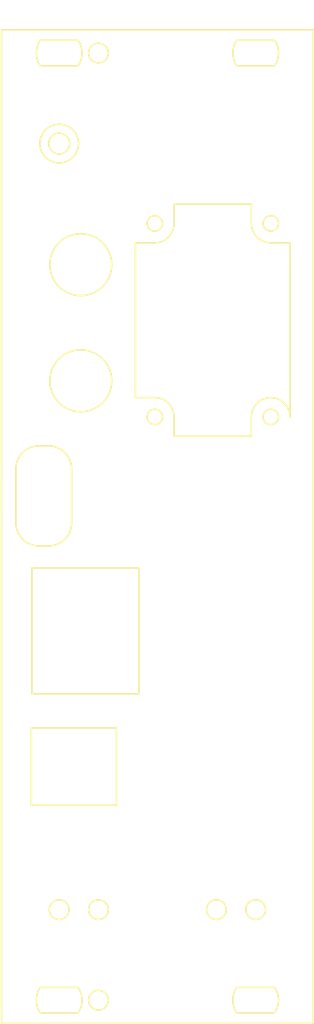
<source format=kicad_pcb>
(kicad_pcb (version 20221018) (generator pcbnew)

  (general
    (thickness 1.6)
  )

  (paper "A4")
  (title_block
    (title "Kirdy Front Panel")
    (rev "rev0_1")
    (company "M-Labs Limited")
  )

  (layers
    (0 "F.Cu" jumper)
    (1 "In1.Cu" signal)
    (2 "In2.Cu" signal)
    (31 "B.Cu" signal)
    (32 "B.Adhes" user "B.Adhesive")
    (33 "F.Adhes" user "F.Adhesive")
    (34 "B.Paste" user)
    (35 "F.Paste" user)
    (36 "B.SilkS" user "B.Silkscreen")
    (37 "F.SilkS" user "F.Silkscreen")
    (38 "B.Mask" user)
    (39 "F.Mask" user)
    (40 "Dwgs.User" user "User.Drawings")
    (41 "Cmts.User" user "User.Comments")
    (42 "Eco1.User" user "User.Eco1")
    (43 "Eco2.User" user "User.Eco2")
    (44 "Edge.Cuts" user)
    (45 "Margin" user)
    (46 "B.CrtYd" user "B.Courtyard")
    (47 "F.CrtYd" user "F.Courtyard")
    (48 "B.Fab" user)
    (49 "F.Fab" user)
    (50 "User.1" user)
    (51 "User.2" user)
    (52 "User.3" user)
    (53 "User.4" user)
    (54 "User.5" user)
    (55 "User.6" user)
    (56 "User.7" user)
    (57 "User.8" user)
    (58 "User.9" user)
  )

  (setup
    (stackup
      (layer "F.SilkS" (type "Top Silk Screen"))
      (layer "F.Paste" (type "Top Solder Paste"))
      (layer "F.Mask" (type "Top Solder Mask") (thickness 0.01))
      (layer "F.Cu" (type "copper") (thickness 0.035))
      (layer "dielectric 1" (type "core") (thickness 0.48) (material "FR4") (epsilon_r 4.5) (loss_tangent 0.02))
      (layer "In1.Cu" (type "copper") (thickness 0.035))
      (layer "dielectric 2" (type "prepreg") (thickness 0.48) (material "FR4") (epsilon_r 4.5) (loss_tangent 0.02))
      (layer "In2.Cu" (type "copper") (thickness 0.035))
      (layer "dielectric 3" (type "core") (thickness 0.48) (material "FR4") (epsilon_r 4.5) (loss_tangent 0.02))
      (layer "B.Cu" (type "copper") (thickness 0.035))
      (layer "B.Mask" (type "Bottom Solder Mask") (thickness 0.01))
      (layer "B.Paste" (type "Bottom Solder Paste"))
      (layer "B.SilkS" (type "Bottom Silk Screen"))
      (copper_finish "ENIG")
      (dielectric_constraints no)
    )
    (pad_to_mask_clearance 0)
    (pcbplotparams
      (layerselection 0x0020000_7ffffff8)
      (plot_on_all_layers_selection 0x0000000_00000000)
      (disableapertmacros false)
      (usegerberextensions true)
      (usegerberattributes false)
      (usegerberadvancedattributes false)
      (creategerberjobfile true)
      (dashed_line_dash_ratio 12.000000)
      (dashed_line_gap_ratio 3.000000)
      (svgprecision 6)
      (plotframeref false)
      (viasonmask false)
      (mode 1)
      (useauxorigin false)
      (hpglpennumber 1)
      (hpglpenspeed 20)
      (hpglpendiameter 15.000000)
      (dxfpolygonmode true)
      (dxfimperialunits false)
      (dxfusepcbnewfont true)
      (psnegative false)
      (psa4output false)
      (plotreference false)
      (plotvalue false)
      (plotinvisibletext false)
      (sketchpadsonfab false)
      (subtractmaskfromsilk true)
      (outputformat 3)
      (mirror false)
      (drillshape 0)
      (scaleselection 1)
      (outputdirectory "")
    )
  )

  (net 0 "")

  (gr_line (start 128.052652 76.004204) (end 125.552652 76.004204)
    (stroke (width 0.2) (type solid)) (layer "F.SilkS") (tstamp 0103c030-d900-4bf1-85df-3e82d145f893))
  (gr_arc (start 118.148057 152.227805) (mid 118.652652 153.877804) (end 118.148057 155.527803)
    (stroke (width 0.2) (type solid)) (layer "F.SilkS") (tstamp 01c88887-b2ad-411b-a890-930133558bef))
  (gr_line (start 140.552652 81.004204) (end 130.552652 81.004204)
    (stroke (width 0.2) (type solid)) (layer "F.SilkS") (tstamp 034c63df-ca94-4958-81cb-d340bdf48483))
  (gr_arc (start 143.052652 56.003804) (mid 141.284885 55.271571) (end 140.552652 53.503804)
    (stroke (width 0.2) (type solid)) (layer "F.SilkS") (tstamp 03985fa3-2915-4411-9261-07d8e9c35066))
  (gr_arc (start 113.102652 95.178404) (mid 110.981332 94.299724) (end 110.102652 92.178404)
    (stroke (width 0.2) (type solid)) (layer "F.SilkS") (tstamp 03c4acbd-b3cf-4b20-a30c-151ed0397df6))
  (gr_arc (start 130.552652 53.503804) (mid 129.820419 55.271571) (end 128.052652 56.003804)
    (stroke (width 0.2) (type solid)) (layer "F.SilkS") (tstamp 05e171bd-3375-4e7b-bf64-310bdc96d7b0))
  (gr_line (start 112.102652 118.691004) (end 112.102652 128.691004)
    (stroke (width 0.2) (type solid)) (layer "F.SilkS") (tstamp 06ddba27-ef88-414e-b410-69f8a06093e6))
  (gr_line (start 147.752652 156.877804) (end 148.552652 156.877804)
    (stroke (width 0.2) (type solid)) (layer "F.SilkS") (tstamp 06dec31a-a1ab-4557-8ff9-7dd2438ea59d))
  (gr_circle (center 128.052652 53.503804) (end 129.052652 53.503804)
    (stroke (width 0.2) (type solid)) (fill none) (layer "F.SilkS") (tstamp 073aff7c-ca00-4c97-bf23-150517c09073))
  (gr_line (start 130.552652 78.504204) (end 130.552652 81.004204)
    (stroke (width 0.2) (type solid)) (layer "F.SilkS") (tstamp 08bd8821-a54a-4cfa-b12d-ae0e7d593f41))
  (gr_line (start 117.312652 85.238404) (end 117.312652 92.178404)
    (stroke (width 0.2) (type solid)) (layer "F.SilkS") (tstamp 09b23019-c414-4b31-8895-e7191962b68f))
  (gr_circle (center 120.782652 142.177804) (end 122.057652 142.177804)
    (stroke (width 0.2) (type solid)) (fill none) (layer "F.SilkS") (tstamp 0b2b3786-c6ed-4a52-9d1b-946a0197bece))
  (gr_line (start 108.252652 156.877804) (end 147.693252 156.877804)
    (stroke (width 0.2) (type solid)) (layer "F.SilkS") (tstamp 0b3f49fe-b5f5-4b4d-9f60-645354e37bca))
  (gr_arc (start 140.552652 78.504204) (mid 143.052652 76.004204) (end 145.552652 78.504204)
    (stroke (width 0.2) (type solid)) (layer "F.SilkS") (tstamp 0c6e81b9-8d23-4e97-8b3b-f3bc7cf8a635))
  (gr_circle (center 128.052652 78.504204) (end 129.052652 78.504204)
    (stroke (width 0.2) (type solid)) (fill none) (layer "F.SilkS") (tstamp 0c7bf1fc-e084-4d38-96a9-73607cad16fb))
  (gr_line (start 118.148052 29.827804) (end 113.257252 29.827804)
    (stroke (width 0.2) (type solid)) (layer "F.SilkS") (tstamp 0d080dec-3483-4dd6-af03-50e930353f23))
  (gr_line (start 112.182652 114.288404) (end 126.022652 114.288404)
    (stroke (width 0.2) (type solid)) (layer "F.SilkS") (tstamp 0e644ad0-e677-42b8-a2a6-45824adca298))
  (gr_arc (start 128.052652 76.004204) (mid 129.820419 76.736437) (end 130.552652 78.504204)
    (stroke (width 0.2) (type solid)) (layer "F.SilkS") (tstamp 0eb6727f-9742-488a-a137-a8145750b1c2))
  (gr_circle (center 141.102652 142.177804) (end 142.377652 142.177804)
    (stroke (width 0.2) (type solid)) (fill none) (layer "F.SilkS") (tstamp 100941b3-7750-4d64-b9c1-c415b6287b10))
  (gr_arc (start 110.102652 85.238404) (mid 110.981332 83.117084) (end 113.102652 82.238404)
    (stroke (width 0.2) (type solid)) (layer "F.SilkS") (tstamp 10c698ed-670a-46f0-a4cf-da802873d729))
  (gr_line (start 130.552652 78.504204) (end 130.552652 81.004204)
    (stroke (width 0.2) (type solid)) (layer "F.SilkS") (tstamp 10eeac16-f44c-4820-a497-b0f946c1c5ff))
  (gr_line (start 130.552652 51.003804) (end 140.552652 51.003804)
    (stroke (width 0.2) (type solid)) (layer "F.SilkS") (tstamp 11375bc6-c9ef-4b52-8597-90f2eec66ac3))
  (gr_line (start 125.552652 56.004204) (end 128.052652 56.004204)
    (stroke (width 0.2) (type solid)) (layer "F.SilkS") (tstamp 12f2129d-6807-4daa-ac63-728ddf0834ff))
  (gr_arc (start 140.552652 78.504204) (mid 143.052652 76.004204) (end 145.552652 78.504204)
    (stroke (width 0.2) (type solid)) (layer "F.SilkS") (tstamp 143c6d10-6cea-4620-bb78-24e0c25a49db))
  (gr_arc (start 138.65725 33.127807) (mid 138.152652 31.477804) (end 138.65725 29.827801)
    (stroke (width 0.2) (type solid)) (layer "F.SilkS") (tstamp 146c0f20-9343-4a8f-b38f-71fa9bbc08fa))
  (gr_line (start 123.102652 128.691004) (end 112.102652 128.691004)
    (stroke (width 0.2) (type solid)) (layer "F.SilkS") (tstamp 14be5043-a136-4e21-b8c7-c9a185bbf553))
  (gr_line (start 113.257252 155.527804) (end 118.148052 155.527804)
    (stroke (width 0.2) (type solid)) (layer "F.SilkS") (tstamp 15112604-4dfe-461e-b67e-0baa1323eb94))
  (gr_arc (start 118.148057 152.227805) (mid 118.652652 153.877804) (end 118.148057 155.527803)
    (stroke (width 0.2) (type solid)) (layer "F.SilkS") (tstamp 16088632-d4c1-407c-adf6-299e2f4f6731))
  (gr_arc (start 117.312652 92.178404) (mid 116.433972 94.299724) (end 114.312652 95.178404)
    (stroke (width 0.2) (type solid)) (layer "F.SilkS") (tstamp 16306c02-2343-4717-9a96-6c8aa17e31c4))
  (gr_line (start 140.552652 51.003804) (end 130.552652 51.003804)
    (stroke (width 0.2) (type solid)) (layer "F.SilkS") (tstamp 18a883be-8f02-4bfb-9876-1d335c63ea97))
  (gr_line (start 130.552652 81.004204) (end 140.552652 81.004204)
    (stroke (width 0.2) (type solid)) (layer "F.SilkS") (tstamp 1acde0a0-f3d3-4f54-9933-08551bb5980c))
  (gr_line (start 113.257252 29.827804) (end 118.148052 29.827804)
    (stroke (width 0.2) (type solid)) (layer "F.SilkS") (tstamp 1ba30f8c-0652-4cf2-bf9f-8d9daa89eb43))
  (gr_line (start 143.548052 152.227804) (end 138.657252 152.227804)
    (stroke (width 0.2) (type solid)) (layer "F.SilkS") (tstamp 1c03ebe3-d5f0-4c55-add8-7db693c7bdb5))
  (gr_line (start 125.552652 76.004204) (end 128.052652 76.004204)
    (stroke (width 0.2) (type solid)) (layer "F.SilkS") (tstamp 1d021d67-2730-420d-91eb-69b13ab855e1))
  (gr_line (start 114.312652 95.178404) (end 113.102652 95.178404)
    (stroke (width 0.2) (type solid)) (layer "F.SilkS") (tstamp 21c98ef8-ead1-4137-9c60-13bac981f251))
  (gr_line (start 113.257252 33.127804) (end 118.148052 33.127804)
    (stroke (width 0.2) (type solid)) (layer "F.SilkS") (tstamp 22ffdf71-883c-4acb-85be-40a75d6b8c2a))
  (gr_line (start 108.252652 156.877804) (end 108.252652 142.677804)
    (stroke (width 0.2) (type solid)) (layer "F.SilkS") (tstamp 2344313c-b006-4d12-a9c3-71ced4035178))
  (gr_circle (center 120.782652 153.877804) (end 122.057652 153.877804)
    (stroke (width 0.2) (type solid)) (fill none) (layer "F.SilkS") (tstamp 23a82c37-dd74-45fe-9b66-2734bbead893))
  (gr_circle (center 143.052652 78.504204) (end 144.052652 78.504204)
    (stroke (width 0.2) (type solid)) (fill none) (layer "F.SilkS") (tstamp 24038e1d-5f7a-4156-abb9-8a0c76f70360))
  (gr_line (start 108.252652 142.677804) (end 108.252652 42.677804)
    (stroke (width 0.2) (type solid)) (layer "F.SilkS") (tstamp 24586ad9-f2be-4124-894e-6c5794c1e8d2))
  (gr_line (start 112.102652 128.691004) (end 112.102652 118.691004)
    (stroke (width 0.2) (type solid)) (layer "F.SilkS") (tstamp 247fdb0c-76ac-4833-901a-2b898625ebf1))
  (gr_arc (start 138.65725 33.127807) (mid 138.152652 31.477804) (end 138.65725 29.827801)
    (stroke (width 0.2) (type solid)) (layer "F.SilkS") (tstamp 25abc5d7-c636-4613-b592-7f3db246395d))
  (gr_line (start 108.252652 156.877804) (end 148.552652 156.877804)
    (stroke (width 0.2) (type solid)) (layer "F.SilkS") (tstamp 25ba57c6-b6e5-4b96-ae9f-78bafe29ad49))
  (gr_line (start 108.252652 42.677804) (end 108.252652 28.477804)
    (stroke (width 0.2) (type solid)) (layer "F.SilkS") (tstamp 27c30945-efd2-42ea-8d7f-b034b5997aa0))
  (gr_circle (center 115.702652 43.177804) (end 117.052652 43.177804)
    (stroke (width 0.2) (type solid)) (fill none) (layer "F.SilkS") (tstamp 28994725-466f-4166-9cf5-48d522298018))
  (gr_line (start 138.657252 155.527804) (end 143.548052 155.527804)
    (stroke (width 0.2) (type solid)) (layer "F.SilkS") (tstamp 28b4520f-9b18-4659-b825-55c79b5cbfcd))
  (gr_line (start 118.148052 155.527804) (end 113.257252 155.527804)
    (stroke (width 0.2) (type solid)) (layer "F.SilkS") (tstamp 28bbc834-616c-4270-adc3-b383ea55ec37))
  (gr_circle (center 115.702652 142.177804) (end 116.977652 142.177804)
    (stroke (width 0.2) (type solid)) (fill none) (layer "F.SilkS") (tstamp 29fe5b6b-0c6d-4d46-9779-eae83d823cfc))
  (gr_circle (center 136.022652 142.177804) (end 137.297652 142.177804)
    (stroke (width 0.2) (type solid)) (fill none) (layer "F.SilkS") (tstamp 2a24a154-4065-47b5-8a8d-5894daa0e7d2))
  (gr_circle (center 128.052652 53.503804) (end 129.052652 53.503804)
    (stroke (width 0.2) (type solid)) (fill none) (layer "F.SilkS") (tstamp 2c3a935e-5d22-4c89-88f5-a0a1d0219b89))
  (gr_line (start 140.552652 81.004204) (end 140.552652 78.504204)
    (stroke (width 0.2) (type solid)) (layer "F.SilkS") (tstamp 2f174a5a-a299-4aac-b269-548db44826bd))
  (gr_line (start 117.312652 85.238404) (end 117.312652 92.178404)
    (stroke (width 0.2) (type solid)) (layer "F.SilkS") (tstamp 2f61f2f0-3301-4450-beb3-962c66dbf9b4))
  (gr_line (start 108.252652 28.477804) (end 108.252652 156.877804)
    (stroke (width 0.2) (type solid)) (layer "F.SilkS") (tstamp 2fdf8b99-3763-49ae-aac9-e3bbdfbdde2f))
  (gr_circle (center 115.702652 142.177804) (end 116.977652 142.177804)
    (stroke (width 0.2) (type solid)) (fill none) (layer "F.SilkS") (tstamp 30e50c93-d379-45e2-b210-bcf6dc2d17d9))
  (gr_line (start 138.657252 152.227804) (end 143.548052 152.227804)
    (stroke (width 0.2) (type solid)) (layer "F.SilkS") (tstamp 31274467-7ad2-4d1f-ba52-d4ccb942af1c))
  (gr_line (start 143.052652 56.004204) (end 145.552652 56.004204)
    (stroke (width 0.2) (type solid)) (layer "F.SilkS") (tstamp 324ab79a-8df1-4607-8da5-2b291db860c1))
  (gr_line (start 112.182652 98.028404) (end 112.182652 114.288404)
    (stroke (width 0.2) (type solid)) (layer "F.SilkS") (tstamp 3283fb6b-09dd-49e7-a09c-baf0fcb356d9))
  (gr_line (start 140.552652 51.003804) (end 140.552652 53.503804)
    (stroke (width 0.2) (type solid)) (layer "F.SilkS") (tstamp 32ee233c-3bf1-4f1f-bb65-5e6a01580c07))
  (gr_line (start 125.552652 56.004204) (end 128.052652 56.004204)
    (stroke (width 0.2) (type solid)) (layer "F.SilkS") (tstamp 345e63f6-a966-4f7b-8145-a301544f4041))
  (gr_arc (start 130.552652 53.503804) (mid 129.820419 55.271571) (end 128.052652 56.003804)
    (stroke (width 0.2) (type solid)) (layer "F.SilkS") (tstamp 348529b3-2e2e-4a04-befb-5bc27663a1d1))
  (gr_line (start 145.552652 56.004204) (end 143.052652 56.004204)
    (stroke (width 0.2) (type solid)) (layer "F.SilkS") (tstamp 35d1ec14-986d-48cb-91ab-3a96d6ea4e5a))
  (gr_line (start 112.102652 118.691004) (end 123.102652 118.691004)
    (stroke (width 0.2) (type solid)) (layer "F.SilkS") (tstamp 36398b70-c0ad-4f21-b873-eaade80450d7))
  (gr_circle (center 120.782652 31.477804) (end 122.057652 31.477804)
    (stroke (width 0.2) (type solid)) (fill none) (layer "F.SilkS") (tstamp 376bd617-a46a-4738-be22-49e77f6be111))
  (gr_arc (start 143.548057 152.227805) (mid 144.052652 153.877804) (end 143.548057 155.527803)
    (stroke (width 0.2) (type solid)) (layer "F.SilkS") (tstamp 37d0abbc-d8f2-4b97-9765-5403cc8f8f81))
  (gr_line (start 125.552652 76.004204) (end 125.552652 56.004204)
    (stroke (width 0.2) (type solid)) (layer "F.SilkS") (tstamp 38be5159-0f2c-4f3c-b8b3-17c7a995af0a))
  (gr_line (start 126.022652 114.288404) (end 112.182652 114.288404)
    (stroke (width 0.2) (type solid)) (layer "F.SilkS") (tstamp 3a37cfe3-9a98-406d-9033-d137ab93169d))
  (gr_arc (start 128.052652 76.004204) (mid 129.820419 76.736437) (end 130.552652 78.504204)
    (stroke (width 0.2) (type solid)) (layer "F.SilkS") (tstamp 3b1560f8-6aa7-450c-8fa3-a8bd674b35c3))
  (gr_line (start 126.022652 98.028404) (end 126.022652 114.288404)
    (stroke (width 0.2) (type solid)) (layer "F.SilkS") (tstamp 3b69a3cf-0bb4-4405-9dbd-52805d49b04c))
  (gr_line (start 125.552652 56.004204) (end 125.552652 76.004204)
    (stroke (width 0.2) (type solid)) (layer "F.SilkS") (tstamp 3ca0b104-f9c5-4643-903f-bd2ee508006b))
  (gr_arc (start 138.65725 33.127807) (mid 138.152652 31.477804) (end 138.65725 29.827801)
    (stroke (width 0.2) (type solid)) (layer "F.SilkS") (tstamp 3de65235-1edc-4671-a0ca-80713d20d657))
  (gr_circle (center 120.782652 153.877804) (end 122.057652 153.877804)
    (stroke (width 0.2) (type solid)) (fill none) (layer "F.SilkS") (tstamp 3e3e037c-8297-4879-8b99-faec5407f4ba))
  (gr_circle (center 115.702652 43.177804) (end 117.052652 43.177804)
    (stroke (width 0.2) (type solid)) (fill none) (layer "F.SilkS") (tstamp 3fcb6930-b0b9-4a15-be78-8f81461593e4))
  (gr_line (start 118.148052 152.227804) (end 113.257252 152.227804)
    (stroke (width 0.2) (type solid)) (layer "F.SilkS") (tstamp 42cab1cf-ee6b-4d93-9658-af28d38363c5))
  (gr_line (start 140.552652 53.503804) (end 140.552652 51.003804)
    (stroke (width 0.2) (type solid)) (layer "F.SilkS") (tstamp 44f2bef9-e085-4fef-9cd2-5ece995ce9bd))
  (gr_circle (center 120.782652 31.477804) (end 122.057652 31.477804)
    (stroke (width 0.2) (type solid)) (fill none) (layer "F.SilkS") (tstamp 45fbcd41-d010-40c9-881a-fd3abf7b850c))
  (gr_line (start 138.657252 155.527804) (end 143.548052 155.527804)
    (stroke (width 0.2) (type solid)) (layer "F.SilkS") (tstamp 4627c4d6-094f-4627-9226-dd579ce28ddd))
  (gr_line (start 114.312652 82.238404) (end 113.102652 82.238404)
    (stroke (width 0.2) (type solid)) (layer "F.SilkS") (tstamp 477a67fd-cc5e-4e4c-9bd6-e27e21498e61))
  (gr_circle (center 143.052652 53.503804) (end 144.052652 53.503804)
    (stroke (width 0.2) (type solid)) (fill none) (layer "F.SilkS") (tstamp 4885eb75-65ea-41f1-aff3-24ffe4e2c345))
  (gr_line (start 108.252652 156.877804) (end 108.252652 142.677804)
    (stroke (width 0.2) (type solid)) (layer "F.SilkS") (tstamp 4af54cfa-b430-4ef4-b0e1-bfee36baa1a7))
  (gr_arc (start 113.102652 95.178404) (mid 110.981332 94.299724) (end 110.102652 92.178404)
    (stroke (width 0.2) (type solid)) (layer "F.SilkS") (tstamp 4b07bbeb-3587-4e41-aebf-fad546c65504))
  (gr_line (start 112.102652 128.691004) (end 123.102652 128.691004)
    (stroke (width 0.2) (type solid)) (layer "F.SilkS") (tstamp 4b48924a-d8e8-4c2f-b224-17f6f0796699))
  (gr_line (start 147.693252 156.877804) (end 147.752652 156.877804)
    (stroke (width 0.2) (type solid)) (layer "F.SilkS") (tstamp 4de949a3-8e4d-47c6-af83-fe8d0ffb0bdb))
  (gr_arc (start 114.312652 82.238404) (mid 116.433972 83.117084) (end 117.312652 85.238404)
    (stroke (width 0.2) (type solid)) (layer "F.SilkS") (tstamp 50aa4667-99da-44e7-8776-6d6e6bc539ee))
  (gr_line (start 138.657252 29.827804) (end 143.548052 29.827804)
    (stroke (width 0.2) (type solid)) (layer "F.SilkS") (tstamp 52b40e39-ec6a-4993-852d-7e10c52bda95))
  (gr_circle (center 128.052652 78.504204) (end 129.052652 78.504204)
    (stroke (width 0.2) (type solid)) (fill none) (layer "F.SilkS") (tstamp 52f706e5-a948-4b18-98da-979dc26b9541))
  (gr_arc (start 118.148057 29.827805) (mid 118.652652 31.477804) (end 118.148057 33.127803)
    (stroke (width 0.2) (type solid)) (layer "F.SilkS") (tstamp 53093a01-bbb7-4747-bfb7-4e7adb473d00))
  (gr_arc (start 113.25725 155.527807) (mid 112.752652 153.877804) (end 113.25725 152.227801)
    (stroke (width 0.2) (type solid)) (layer "F.SilkS") (tstamp 5412f289-3103-45b2-b622-51b0a20a387c))
  (gr_line (start 143.548052 155.527804) (end 138.657252 155.527804)
    (stroke (width 0.2) (type solid)) (layer "F.SilkS") (tstamp 55259814-66a1-4aca-bbb7-c9b5cb3c2d16))
  (gr_line (start 140.552652 53.503804) (end 140.552652 51.003804)
    (stroke (width 0.2) (type solid)) (layer "F.SilkS") (tstamp 553fca7e-f540-49ff-9771-1143bd652de8))
  (gr_circle (center 136.022652 142.177804) (end 137.297652 142.177804)
    (stroke (width 0.2) (type solid)) (fill none) (layer "F.SilkS") (tstamp 55abd65c-9a01-4458-986b-d5af1d474845))
  (gr_line (start 112.182652 98.028404) (end 112.182652 114.288404)
    (stroke (width 0.2) (type solid)) (layer "F.SilkS") (tstamp 59a79b6f-f71f-4b0c-a306-72beb3eb6882))
  (gr_circle (center 141.102652 142.177804) (end 142.377652 142.177804)
    (stroke (width 0.2) (type solid)) (fill none) (layer "F.SilkS") (tstamp 5b3ea4a9-25ff-45ee-8746-d11ae16fbcc9))
  (gr_circle (center 118.492652 73.830804) (end 122.492652 73.830804)
    (stroke (width 0.2) (type solid)) (fill none) (layer "F.SilkS") (tstamp 5b58c315-d08e-4620-9405-d23f441d215c))
  (gr_arc (start 143.548057 29.827805) (mid 144.052652 31.477804) (end 143.548057 33.127803)
    (stroke (width 0.2) (type solid)) (layer "F.SilkS") (tstamp 5b86d63c-dfbc-47d9-8e34-f6951c963080))
  (gr_line (start 112.182652 98.028404) (end 126.022652 98.028404)
    (stroke (width 0.2) (type solid)) (layer "F.SilkS") (tstamp 5ecce295-dd8f-4f07-b70e-5a9cce17eabb))
  (gr_arc (start 113.25725 33.127807) (mid 112.752652 31.477804) (end 113.25725 29.827801)
    (stroke (width 0.2) (type solid)) (layer "F.SilkS") (tstamp 5ef6ee92-88b2-49ad-b5ef-7cad9cf8b19f))
  (gr_arc (start 130.552652 53.503804) (mid 129.820419 55.271571) (end 128.052652 56.003804)
    (stroke (width 0.2) (type solid)) (layer "F.SilkS") (tstamp 5f2f5c02-3fbc-473b-943f-623cba90172c))
  (gr_line (start 110.102652 85.238404) (end 110.102652 92.178404)
    (stroke (width 0.2) (type solid)) (layer "F.SilkS") (tstamp 5fe51f55-7ab0-4b8f-b063-64ecc82ca58e))
  (gr_circle (center 115.702652 43.177804) (end 117.052652 43.177804)
    (stroke (width 0.2) (type solid)) (fill none) (layer "F.SilkS") (tstamp 60b32afa-b873-43e4-bfd1-e6709a9654ac))
  (gr_circle (center 118.492652 58.830804) (end 122.492652 58.830804)
    (stroke (width 0.2) (type solid)) (fill none) (layer "F.SilkS") (tstamp 618d4a36-6cf3-4179-8cda-11033257fb41))
  (gr_circle (center 115.702652 43.177804) (end 118.202652 43.177804)
    (stroke (width 0.2) (type solid)) (fill none) (layer "F.SilkS") (tstamp 623c2aeb-67b2-4613-a22a-b3f178e25c16))
  (gr_circle (center 118.492652 58.830804) (end 122.492652 58.830804)
    (stroke (width 0.2) (type solid)) (fill none) (layer "F.SilkS") (tstamp 623d6427-c546-421c-87d4-e31434b6c4a7))
  (gr_line (start 143.052652 56.004204) (end 145.552652 56.004204)
    (stroke (width 0.2) (type solid)) (layer "F.SilkS") (tstamp 62814994-95e5-411d-9356-5721c2616a87))
  (gr_line (start 145.552652 56.004204) (end 143.052652 56.004204)
    (stroke (width 0.2) (type solid)) (layer "F.SilkS") (tstamp 62ef401a-176a-458b-8fea-9c54782ac0ee))
  (gr_arc (start 130.552652 53.503804) (mid 129.820419 55.271571) (end 128.052652 56.003804)
    (stroke (width 0.2) (type solid)) (layer "F.SilkS") (tstamp 640103c5-f551-4d26-ae34-85cab67f1ce6))
  (gr_arc (start 118.148057 152.227805) (mid 118.652652 153.877804) (end 118.148057 155.527803)
    (stroke (width 0.2) (type solid)) (layer "F.SilkS") (tstamp 643a63e3-e512-414f-b546-ba8aa1e9489c))
  (gr_line (start 112.182652 114.288404) (end 112.182652 98.028404)
    (stroke (width 0.2) (type solid)) (layer "F.SilkS") (tstamp 65e77af9-f93f-4ca3-b0a7-4116ede76a9a))
  (gr_line (start 143.548052 155.527804) (end 138.657252 155.527804)
    (stroke (width 0.2) (type solid)) (layer "F.SilkS") (tstamp 66c2b519-452e-495b-9fec-8db75647b729))
  (gr_line (start 125.552652 56.004204) (end 125.552652 76.004204)
    (stroke (width 0.2) (type solid)) (layer "F.SilkS") (tstamp 67195eb9-abe8-4511-826d-8f646e48b916))
  (gr_arc (start 143.548057 152.227805) (mid 144.052652 153.877804) (end 143.548057 155.527803)
    (stroke (width 0.2) (type solid)) (layer "F.SilkS") (tstamp 691a9c1c-2685-4286-a68b-45e23c8a113b))
  (gr_circle (center 120.782652 142.177804) (end 122.057652 142.177804)
    (stroke (width 0.2) (type solid)) (fill none) (layer "F.SilkS") (tstamp 6a414ce5-558a-4ca7-a78e-38ff80cc4b0b))
  (gr_circle (center 120.782652 31.477804) (end 122.057652 31.477804)
    (stroke (width 0.2) (type solid)) (fill none) (layer "F.SilkS") (tstamp 6a6d4fac-c5a8-4378-ab33-b29ebde42071))
  (gr_arc (start 138.65725 155.527807) (mid 138.152652 153.877804) (end 138.65725 152.227801)
    (stroke (width 0.2) (type solid)) (layer "F.SilkS") (tstamp 6a9c96c3-9806-43ce-a5c9-8e092b2f8255))
  (gr_circle (center 118.492652 73.830804) (end 122.492652 73.830804)
    (stroke (width 0.2) (type solid)) (fill none) (layer "F.SilkS") (tstamp 6af6ec51-0514-4e66-ada9-db26ee317df9))
  (gr_line (start 112.182652 114.288404) (end 126.022652 114.288404)
    (stroke (width 0.2) (type solid)) (layer "F.SilkS") (tstamp 6bc15991-e605-436a-bb76-9a561a4fee61))
  (gr_arc (start 143.548057 29.827805) (mid 144.052652 31.477804) (end 143.548057 33.127803)
    (stroke (width 0.2) (type solid)) (layer "F.SilkS") (tstamp 6be1d867-65b4-466f-8675-23978bc288dd))
  (gr_arc (start 118.148057 152.227805) (mid 118.652652 153.877804) (end 118.148057 155.527803)
    (stroke (width 0.2) (type solid)) (layer "F.SilkS") (tstamp 6d76ff7c-5f58-43e6-93b5-b37d22c30dc4))
  (gr_circle (center 128.052652 53.503804) (end 129.052652 53.503804)
    (stroke (width 0.2) (type solid)) (fill none) (layer "F.SilkS") (tstamp 6db2e0b3-3471-4207-b2ee-86539b3c3ab2))
  (gr_line (start 117.312652 92.178404) (end 117.312652 85.238404)
    (stroke (width 0.2) (type solid)) (layer "F.SilkS") (tstamp 6dec3808-70ad-40b5-919d-da338a8d2060))
  (gr_line (start 113.102652 82.238404) (end 114.312652 82.238404)
    (stroke (width 0.2) (type solid)) (layer "F.SilkS") (tstamp 6f97079e-d141-421a-8665-d5ae29d1ebef))
  (gr_arc (start 138.65725 33.127807) (mid 138.152652 31.477804) (end 138.65725 29.827801)
    (stroke (width 0.2) (type solid)) (layer "F.SilkS") (tstamp 7059ba5a-4409-4607-a7ad-1cb3cdfaf3bd))
  (gr_arc (start 143.052652 56.003804) (mid 141.284885 55.271571) (end 140.552652 53.503804)
    (stroke (width 0.2) (type solid)) (layer "F.SilkS") (tstamp 71a22d40-3c1f-4123-964d-71571d5bb5d4))
  (gr_line (start 138.657252 33.127804) (end 143.548052 33.127804)
    (stroke (width 0.2) (type solid)) (layer "F.SilkS") (tstamp 72689f86-302f-42e7-a7d3-d943bb5fe2d9))
  (gr_circle (center 136.022652 142.177804) (end 137.297652 142.177804)
    (stroke (width 0.2) (type solid)) (fill none) (layer "F.SilkS") (tstamp 72f64836-8700-435a-91af-ef21d7853217))
  (gr_line (start 148.552652 28.477804) (end 108.252652 28.477804)
    (stroke (width 0.2) (type solid)) (layer "F.SilkS") (tstamp 735c24b4-0cf3-4571-9439-646091aa86a3))
  (gr_line (start 125.552652 76.004204) (end 128.052652 76.004204)
    (stroke (width 0.2) (type solid)) (layer "F.SilkS") (tstamp 762c1c57-5da8-45da-927a-7b2d95045b18))
  (gr_circle (center 143.052652 78.504204) (end 144.052652 78.504204)
    (stroke (width 0.2) (type solid)) (fill none) (layer "F.SilkS") (tstamp 76c34df1-0e2c-4202-aa93-3d81937ed89b))
  (gr_circle (center 118.492652 73.830804) (end 122.492652 73.830804)
    (stroke (width 0.2) (type solid)) (fill none) (layer "F.SilkS") (tstamp 77627647-19a3-47a1-ab3f-6d8c1cc534ce))
  (gr_line (start 112.102652 128.691004) (end 112.102652 118.691004)
    (stroke (width 0.2) (type solid)) (layer "F.SilkS") (tstamp 78696579-a103-4bc2-9220-cb7302ef9307))
  (gr_circle (center 118.492652 58.830804) (end 122.492652 58.830804)
    (stroke (width 0.2) (type solid)) (fill none) (layer "F.SilkS") (tstamp 78854c9f-407f-4a53-9da3-db2b329b8f41))
  (gr_circle (center 120.782652 142.177804) (end 122.057652 142.177804)
    (stroke (width 0.2) (type solid)) (fill none) (layer "F.SilkS") (tstamp 78d90c2e-ea76-4c98-84a4-37102590bfb6))
  (gr_line (start 113.257252 155.527804) (end 118.148052 155.527804)
    (stroke (width 0.2) (type solid)) (layer "F.SilkS") (tstamp 78dbb062-c4ae-4ee0-a58b-67fe896221bd))
  (gr_line (start 113.257252 152.227804) (end 118.148052 152.227804)
    (stroke (width 0.2) (type solid)) (layer "F.SilkS") (tstamp 7957dc95-a661-4c90-8697-de691c12c724))
  (gr_circle (center 120.782652 31.477804) (end 122.057652 31.477804)
    (stroke (width 0.2) (type solid)) (fill none) (layer "F.SilkS") (tstamp 797d545e-a1d7-40ea-ac97-8aae1ad2066d))
  (gr_line (start 110.102652 85.238404) (end 110.102652 92.178404)
    (stroke (width 0.2) (type solid)) (layer "F.SilkS") (tstamp 79c10626-15b6-4eaa-95a6-edf730c8e096))
  (gr_circle (center 115.702652 142.177804) (end 116.977652 142.177804)
    (stroke (width 0.2) (type solid)) (fill none) (layer "F.SilkS") (tstamp 7de77981-c6b7-470b-9568-52c872db47d1))
  (gr_line (start 145.552652 78.504204) (end 145.552652 56.004204)
    (stroke (width 0.2) (type solid)) (layer "F.SilkS") (tstamp 7dfac2ba-ed45-43db-bf55-788854171b54))
  (gr_line (start 145.552652 78.504204) (end 145.552652 56.004204)
    (stroke (width 0.2) (type solid)) (layer "F.SilkS") (tstamp 7e3a4d60-6c53-4fb8-be66-188f14f96965))
  (gr_line (start 118.148052 155.527804) (end 113.257252 155.527804)
    (stroke (width 0.2) (type solid)) (layer "F.SilkS") (tstamp 80627207-2df5-4c02-885e-98f99c8980cb))
  (gr_line (start 118.148052 33.127804) (end 113.257252 33.127804)
    (stroke (width 0.2) (type solid)) (layer "F.SilkS") (tstamp 80746a07-9e15-40f5-9b08-1288e5249c47))
  (gr_line (start 108.252652 42.677804) (end 108.252652 28.477804)
    (stroke (width 0.2) (type solid)) (layer "F.SilkS") (tstamp 80942411-3534-46fc-93c4-9e4ded2aebe8))
  (gr_circle (center 128.052652 78.504204) (end 129.052652 78.504204)
    (stroke (width 0.2) (type solid)) (fill none) (layer "F.SilkS") (tstamp 8359119c-27bc-43d4-bc81-752ab7b1688a))
  (gr_line (start 143.548052 29.827804) (end 138.657252 29.827804)
    (stroke (width 0.2) (type solid)) (layer "F.SilkS") (tstamp 83643383-ca01-4c04-aefb-e834f7bc3223))
  (gr_line (start 138.657252 33.127804) (end 143.548052 33.127804)
    (stroke (width 0.2) (type solid)) (layer "F.SilkS") (tstamp 846b8534-4360-422e-b829-b2826fb1b2ae))
  (gr_circle (center 143.052652 78.504204) (end 144.052652 78.504204)
    (stroke (width 0.2) (type solid)) (fill none) (layer "F.SilkS") (tstamp 846e5a35-a734-4c93-933a-3beb500e8179))
  (gr_line (start 126.022652 98.028404) (end 126.022652 114.288404)
    (stroke (width 0.2) (type solid)) (layer "F.SilkS") (tstamp 84d1949e-6424-49d7-9710-c9012ada70bc))
  (gr_arc (start 114.312652 82.238404) (mid 116.433972 83.117084) (end 117.312652 85.238404)
    (stroke (width 0.2) (type solid)) (layer "F.SilkS") (tstamp 872904a8-375f-41b1-abf1-bb86eef829f8))
  (gr_line (start 113.102652 95.178404) (end 114.312652 95.178404)
    (stroke (width 0.2) (type solid)) (layer "F.SilkS") (tstamp 888474c5-9bc9-410d-9f54-d0e243969abb))
  (gr_line (start 128.052652 76.004204) (end 125.552652 76.004204)
    (stroke (width 0.2) (type solid)) (layer "F.SilkS") (tstamp 88cf96e6-f3b2-4558-b792-ddc578fd8425))
  (gr_line (start 114.312652 95.178404) (end 113.102652 95.178404)
    (stroke (width 0.2) (type solid)) (layer "F.SilkS") (tstamp 88f49474-2a03-495b-a1f2-7a1bf6ad5199))
  (gr_circle (center 115.702652 43.177804) (end 118.202652 43.177804)
    (stroke (width 0.2) (type solid)) (fill none) (layer "F.SilkS") (tstamp 890a3b83-4759-4359-9eb2-27bbb7cce387))
  (gr_line (start 148.552652 156.877804) (end 148.552652 28.477804)
    (stroke (width 0.2) (type solid)) (layer "F.SilkS") (tstamp 8bb39d53-ffdc-45b2-9a68-7506144a2854))
  (gr_line (start 130.552652 81.004204) (end 140.552652 81.004204)
    (stroke (width 0.2) (type solid)) (layer "F.SilkS") (tstamp 8c630fdd-d296-4710-a73f-e20fad70e907))
  (gr_line (start 126.022652 98.028404) (end 112.182652 98.028404)
    (stroke (width 0.2) (type solid)) (layer "F.SilkS") (tstamp 8cb08a24-a840-4496-acfc-ff056fba5838))
  (gr_arc (start 140.552652 78.504204) (mid 143.052652 76.004204) (end 145.552652 78.504204)
    (stroke (width 0.2) (type solid)) (layer "F.SilkS") (tstamp 8d2afee3-8ced-4704-a0f1-f3a360d639ad))
  (gr_arc (start 143.052652 56.003804) (mid 141.284885 55.271571) (end 140.552652 53.503804)
    (stroke (width 0.2) (type solid)) (layer "F.SilkS") (tstamp 8f7871c7-c940-462f-a2bb-8df0a37fd736))
  (gr_line (start 148.552652 156.877804) (end 148.552652 28.477804)
    (stroke (width 0.2) (type solid)) (layer "F.SilkS") (tstamp 8ffd0141-a2f5-4cd8-ba3b-f0664d7d5263))
  (gr_arc (start 117.312652 92.178404) (mid 116.433972 94.299724) (end 114.312652 95.178404)
    (stroke (width 0.2) (type solid)) (layer "F.SilkS") (tstamp 90c73575-236b-4890-a888-53bf35d191c4))
  (gr_line (start 123.102652 128.691004) (end 112.102652 128.691004)
    (stroke (width 0.2) (type solid)) (layer "F.SilkS") (tstamp 91001fbd-8d3a-4118-a752-dc2048998087))
  (gr_circle (center 115.702652 43.177804) (end 118.202652 43.177804)
    (stroke (width 0.2) (type solid)) (fill none) (layer "F.SilkS") (tstamp 94a17f6b-8cc9-464f-b8ca-67ac119f5764))
  (gr_line (start 110.102652 92.178404) (end 110.102652 85.238404)
    (stroke (width 0.2) (type solid)) (layer "F.SilkS") (tstamp 95a028b7-bd9b-49bf-be00-dcecbca18c62))
  (gr_line (start 112.182652 98.028404) (end 126.022652 98.028404)
    (stroke (width 0.2) (type solid)) (layer "F.SilkS") (tstamp 97d907ef-9750-48fd-9b3c-cd419a74ae52))
  (gr_arc (start 143.548057 152.227805) (mid 144.052652 153.877804) (end 143.548057 155.527803)
    (stroke (width 0.2) (type solid)) (layer "F.SilkS") (tstamp 9878fb1f-daab-42c2-8cef-5f2b5c711ccd))
  (gr_arc (start 128.052652 76.004204) (mid 129.820419 76.736437) (end 130.552652 78.504204)
    (stroke (width 0.2) (type solid)) (layer "F.SilkS") (tstamp 989f8c71-91fb-46dd-bbde-a85a096eca97))
  (gr_arc (start 110.102652 85.238404) (mid 110.981332 83.117084) (end 113.102652 82.238404)
    (stroke (width 0.2) (type solid)) (layer "F.SilkS") (tstamp 99708e8e-2e92-467f-87bc-8e2ac7effe9d))
  (gr_line (start 126.022652 114.288404) (end 126.022652 98.028404)
    (stroke (width 0.2) (type solid)) (layer "F.SilkS") (tstamp 9a5c5e1a-7745-4ba6-904f-47acee02d1ea))
  (gr_line (start 130.552652 53.503804) (end 130.552652 51.003804)
    (stroke (width 0.2) (type solid)) (layer "F.SilkS") (tstamp 9a79b9a1-0bc5-4574-bca8-3ba450e83b0d))
  (gr_line (start 123.102652 118.691004) (end 123.102652 128.691004)
    (stroke (width 0.2) (type solid)) (layer "F.SilkS") (tstamp 9d77c988-f3ab-4473-adfa-a47b04ff62f6))
  (gr_line (start 112.102652 118.691004) (end 123.102652 118.691004)
    (stroke (width 0.2) (type solid)) (layer "F.SilkS") (tstamp 9fad85c3-f750-46c5-a39c-a6a554ac6e83))
  (gr_arc (start 143.548057 29.827805) (mid 144.052652 31.477804) (end 143.548057 33.127803)
    (stroke (width 0.2) (type solid)) (layer "F.SilkS") (tstamp a0fccab7-558b-42cd-b53f-84bac6f18200))
  (gr_arc (start 118.148057 29.827805) (mid 118.652652 31.477804) (end 118.148057 33.127803)
    (stroke (width 0.2) (type solid)) (layer "F.SilkS") (tstamp a108c7a8-7377-40c5-beb7-6be27714ca78))
  (gr_line (start 113.257252 33.127804) (end 118.148052 33.127804)
    (stroke (width 0.2) (type solid)) (layer "F.SilkS") (tstamp a392c350-ec1b-4f0c-b780-5e2cd8b79086))
  (gr_line (start 130.552652 81.004204) (end 130.552652 78.504204)
    (stroke (width 0.2) (type solid)) (layer "F.SilkS") (tstamp a4eb865d-f035-4e72-8e2b-3b4eab9f8e9d))
  (gr_line (start 147.693252 156.877804) (end 147.752652 156.877804)
    (stroke (width 0.2) (type solid)) (layer "F.SilkS") (tstamp a5b2194a-e499-42e1-9c09-a779fbd1a965))
  (gr_circle (center 118.492652 58.830804) (end 122.492652 58.830804)
    (stroke (width 0.2) (type solid)) (fill none) (layer "F.SilkS") (tstamp a5f3110a-2c9e-40bc-9e67-4797e9b2cd3e))
  (gr_arc (start 138.65725 155.527807) (mid 138.152652 153.877804) (end 138.65725 152.227801)
    (stroke (width 0.2) (type solid)) (layer "F.SilkS") (tstamp a61955fd-d387-4345-8cfd-502d0b72bdb6))
  (gr_arc (start 114.312652 82.238404) (mid 116.433972 83.117084) (end 117.312652 85.238404)
    (stroke (width 0.2) (type solid)) (layer "F.SilkS") (tstamp a61cd687-1aa9-4928-8306-498d71f1e763))
  (gr_circle (center 115.702652 43.177804) (end 117.052652 43.177804)
    (stroke (width 0.2) (type solid)) (fill none) (layer "F.SilkS") (tstamp a6ce6797-3da4-41c0-bd53-fdc949665513))
  (gr_circle (center 120.782652 153.877804) (end 122.057652 153.877804)
    (stroke (width 0.2) (type solid)) (fill none) (layer "F.SilkS") (tstamp a6fa9dd3-876a-4bc4-a2b7-77ab564c4e5e))
  (gr_circle (center 136.022652 142.177804) (end 137.297652 142.177804)
    (stroke (width 0.2) (type solid)) (fill none) (layer "F.SilkS") (tstamp a7b17761-adab-4992-afdd-44405c149578))
  (gr_line (start 128.052652 56.004204) (end 125.552652 56.004204)
    (stroke (width 0.2) (type solid)) (layer "F.SilkS") (tstamp a8126e84-b890-490f-b7d4-da0e418b5149))
  (gr_line (start 148.552652 156.877804) (end 148.552652 28.477804)
    (stroke (width 0.2) (type solid)) (layer "F.SilkS") (tstamp a8b8b918-e214-4178-95ca-52b7539d9e0a))
  (gr_line (start 147.693252 28.477804) (end 147.752652 28.477804)
    (stroke (width 0.2) (type solid)) (layer "F.SilkS") (tstamp a9313761-171d-4406-9cb1-aa51ad873eae))
  (gr_line (start 118.148052 29.827804) (end 113.257252 29.827804)
    (stroke (width 0.2) (type solid)) (layer "F.SilkS") (tstamp a989404f-5171-48f9-9c05-9671fc574ff0))
  (gr_arc (start 113.25725 33.127807) (mid 112.752652 31.477804) (end 113.25725 29.827801)
    (stroke (width 0.2) (type solid)) (layer "F.SilkS") (tstamp ae89e4f2-d505-42f1-bf99-8f5a3fc515e5))
  (gr_line (start 108.252652 156.877804) (end 148.552652 156.877804)
    (stroke (width 0.2) (type solid)) (layer "F.SilkS") (tstamp aec16d54-be21-4017-943d-48a1a795031b))
  (gr_line (start 140.552652 78.504204) (end 140.552652 81.004204)
    (stroke (width 0.2) (type solid)) (layer "F.SilkS") (tstamp b04696ae-ed2e-4c28-9e9f-e65b864c8ef3))
  (gr_line (start 130.552652 81.004204) (end 130.552652 78.504204)
    (stroke (width 0.2) (type solid)) (layer "F.SilkS") (tstamp b30dce8d-02c8-49c0-9b93-8b5ca910001e))
  (gr_line (start 145.552652 56.004204) (end 145.552652 78.504204)
    (stroke (width 0.2) (type solid)) (layer "F.SilkS") (tstamp b6e0d706-d64e-4db7-9d4d-6d3cd8ad1a2d))
  (gr_line (start 140.552652 78.504204) (end 140.552652 81.004204)
    (stroke (width 0.2) (type solid)) (layer "F.SilkS") (tstamp b8797d59-f9fb-4a54-80c9-024ed341ddc0))
  (gr_arc (start 118.148057 29.827805) (mid 118.652652 31.477804) (end 118.148057 33.127803)
    (stroke (width 0.2) (type solid)) (layer "F.SilkS") (tstamp b9b061ba-a609-4583-8abc-14ffb231bab6))
  (gr_line (start 130.552652 51.003804) (end 130.552652 53.503804)
    (stroke (width 0.2) (type solid)) (layer "F.SilkS") (tstamp baa164c8-1807-4d40-87e0-b525f6e70cfd))
  (gr_circle (center 141.102652 142.177804) (end 142.377652 142.177804)
    (stroke (width 0.2) (type solid)) (fill none) (layer "F.SilkS") (tstamp bafa1200-a4de-4e25-b46b-c91741aefb08))
  (gr_line (start 138.657252 29.827804) (end 143.548052 29.827804)
    (stroke (width 0.2) (type solid)) (layer "F.SilkS") (tstamp bf1ddc09-abff-4148-8070-3d435540dd8f))
  (gr_circle (center 143.052652 78.504204) (end 144.052652 78.504204)
    (stroke (width 0.2) (type solid)) (fill none) (layer "F.SilkS") (tstamp c3bcd159-e354-4a1c-a75c-51964c4df055))
  (gr_line (start 126.022652 114.288404) (end 112.182652 114.288404)
    (stroke (width 0.2) (type solid)) (layer "F.SilkS") (tstamp c3fc28fc-f0d6-4ee9-910a-cc323069c44f))
  (gr_line (start 123.102652 128.691004) (end 123.102652 118.691004)
    (stroke (width 0.2) (type solid)) (layer "F.SilkS") (tstamp c4a867ca-b89f-4f45-b35c-a4b6f0fc67fb))
  (gr_line (start 140.552652 51.003804) (end 130.552652 51.003804)
    (stroke (width 0.2) (type solid)) (layer "F.SilkS") (tstamp c7da8cf9-a1c5-46d5-aa61-2f9ab4c75871))
  (gr_circle (center 115.702652 142.177804) (end 116.977652 142.177804)
    (stroke (width 0.2) (type solid)) (fill none) (layer "F.SilkS") (tstamp c7df018b-2c6f-42b8-83b1-67f8c220da43))
  (gr_circle (center 143.052652 53.503804) (end 144.052652 53.503804)
    (stroke (width 0.2) (type solid)) (fill none) (layer "F.SilkS") (tstamp c7f58b8b-1f6c-472d-8dd6-8fcfe3ef6c70))
  (gr_line (start 117.312652 92.178404) (end 117.312652 85.238404)
    (stroke (width 0.2) (type solid)) (layer "F.SilkS") (tstamp c8199f10-94af-4a25-869b-d5b6fb2604c7))
  (gr_circle (center 128.052652 53.503804) (end 129.052652 53.503804)
    (stroke (width 0.2) (type solid)) (fill none) (layer "F.SilkS") (tstamp c85b3d89-0f7b-467c-9163-c4e625966a28))
  (gr_line (start 143.548052 33.127804) (end 138.657252 33.127804)
    (stroke (width 0.2) (type solid)) (layer "F.SilkS") (tstamp c8d173d3-d225-40b8-9ebd-887a6cd7e447))
  (gr_circle (center 143.052652 53.503804) (end 144.052652 53.503804)
    (stroke (width 0.2) (type solid)) (fill none) (layer "F.SilkS") (tstamp c94bd4bf-292c-4d1e-bc96-ad4feec56f3c))
  (gr_circle (center 143.052652 53.503804) (end 144.052652 53.503804)
    (stroke (width 0.2) (type solid)) (fill none) (layer "F.SilkS") (tstamp ca96de8a-8142-420d-a808-de847bcc7f41))
  (gr_line (start 143.548052 29.827804) (end 138.657252 29.827804)
    (stroke (width 0.2) (type solid)) (layer "F.SilkS") (tstamp cae81d8b-f8b1-4170-a43a-5fe2e5ef58d1))
  (gr_circle (center 128.052652 78.504204) (end 129.052652 78.504204)
    (stroke (width 0.2) (type solid)) (fill none) (layer "F.SilkS") (tstamp cb5e8139-acb3-4546-8db9-0d0c90588c8f))
  (gr_arc (start 138.65725 155.527807) (mid 138.152652 153.877804) (end 138.65725 152.227801)
    (stroke (width 0.2) (type solid)) (layer "F.SilkS") (tstamp cbc5ba65-e018-48e5-9c33-cf705573ab16))
  (gr_line (start 126.022652 114.288404) (end 126.022652 98.028404)
    (stroke (width 0.2) (type solid)) (layer "F.SilkS") (tstamp cbedcdfc-36e2-47c8-97ed-ea9e5fac13cb))
  (gr_arc (start 113.25725 155.527807) (mid 112.752652 153.877804) (end 113.25725 152.227801)
    (stroke (width 0.2) (type solid)) (layer "F.SilkS") (tstamp d0001da7-a576-46ec-bb4f-7f4c567917e4))
  (gr_circle (center 115.702652 43.177804) (end 118.202652 43.177804)
    (stroke (width 0.2) (type solid)) (fill none) (layer "F.SilkS") (tstamp d01f8f19-728a-48cd-a7ce-de2a5da1d217))
  (gr_arc (start 113.25725 33.127807) (mid 112.752652 31.477804) (end 113.25725 29.827801)
    (stroke (width 0.2) (type solid)) (layer "F.SilkS") (tstamp d065e9fb-ee83-479c-9a2d-6467d9f333a9))
  (gr_line (start 130.552652 51.003804) (end 140.552652 51.003804)
    (stroke (width 0.2) (type solid)) (layer "F.SilkS") (tstamp d07d6475-a1aa-4557-8274-368f1478d04a))
  (gr_line (start 145.552652 56.004204) (end 145.552652 78.504204)
    (stroke (width 0.2) (type solid)) (layer "F.SilkS") (tstamp d08dabf9-fce6-4984-96f7-91ff64e860ed))
  (gr_line (start 112.102652 118.691004) (end 112.102652 128.691004)
    (stroke (width 0.2) (type solid)) (layer "F.SilkS") (tstamp d15a47cd-f609-40a8-b733-a54dca55ae7c))
  (gr_line (start 130.552652 51.003804) (end 130.552652 53.503804)
    (stroke (width 0.2) (type solid)) (layer "F.SilkS") (tstamp d18c404f-e033-4255-b70c-73da4eaa56d9))
  (gr_line (start 148.552652 28.477804) (end 108.252652 28.477804)
    (stroke (width 0.2) (type solid)) (layer "F.SilkS") (tstamp d2106a41-e6ea-4cf2-9e94-b284a9891600))
  (gr_line (start 123.102652 128.691004) (end 123.102652 118.691004)
    (stroke (width 0.2) (type solid)) (layer "F.SilkS") (tstamp d27ba61a-a7ba-44b6-8b67-f9198e275e65))
  (gr_line (start 140.552652 81.004204) (end 140.552652 78.504204)
    (stroke (width 0.2) (type solid)) (layer "F.SilkS") (tstamp d2cfc495-7bb1-496e-ad3b-d3f6a494d4d4))
  (gr_line (start 143.548052 33.127804) (end 138.657252 33.127804)
    (stroke (width 0.2) (type solid)) (layer "F.SilkS") (tstamp d3d87947-e6f2-4964-b337-3970ee5dc786))
  (gr_line (start 114.312652 82.238404) (end 113.102652 82.238404)
    (stroke (width 0.2) (type solid)) (layer "F.SilkS") (tstamp d4c26cd1-9cc5-4079-b1e0-0000c1fc2654))
  (gr_line (start 147.693252 28.477804) (end 108.252652 28.477804)
    (stroke (width 0.2) (type solid)) (layer "F.SilkS") (tstamp d584996f-a8b4-4e15-a1ac-c9f4ccc5a02f))
  (gr_arc (start 143.548057 29.827805) (mid 144.052652 31.477804) (end 143.548057 33.127803)
    (stroke (width 0.2) (type solid)) (layer "F.SilkS") (tstamp d5c4a459-811e-48c3-8e66-7635b619367f))
  (gr_line (start 113.257252 29.827804) (end 118.148052 29.827804)
    (stroke (width 0.2) (type solid)) (layer "F.SilkS") (tstamp d737143c-effb-4177-a9df-92337ab8d99a))
  (gr_line (start 108.252652 156.877804) (end 147.693252 156.877804)
    (stroke (width 0.2) (type solid)) (layer "F.SilkS") (tstamp d7c44bd1-0997-4df3-bce2-45828b8be8a6))
  (gr_line (start 113.257252 152.227804) (end 118.148052 152.227804)
    (stroke (width 0.2) (type solid)) (layer "F.SilkS") (tstamp d895e76f-33e5-457a-91f2-f11f8904d752))
  (gr_line (start 140.552652 51.003804) (end 140.552652 53.503804)
    (stroke (width 0.2) (type solid)) (layer "F.SilkS") (tstamp d8f4d30f-20a9-42b7-8a07-c0f78357d000))
  (gr_line (start 148.552652 156.877804) (end 148.552652 28.477804)
    (stroke (width 0.2) (type solid)) (layer "F.SilkS") (tstamp d962993a-4399-4ddf-b4c7-bc0b63435f74))
  (gr_arc (start 113.102652 95.178404) (mid 110.981332 94.299724) (end 110.102652 92.178404)
    (stroke (width 0.2) (type solid)) (layer "F.SilkS") (tstamp d9d79541-3f09-4bc7-9cef-8eb5a4dd56fb))
  (gr_arc (start 110.102652 85.238404) (mid 110.981332 83.117084) (end 113.102652 82.238404)
    (stroke (width 0.2) (type solid)) (layer "F.SilkS") (tstamp da320ccd-9a3d-47e1-8c91-9b1f0b2890c2))
  (gr_line (start 140.552652 81.004204) (end 130.552652 81.004204)
    (stroke (width 0.2) (type solid)) (layer "F.SilkS") (tstamp da735608-43b2-4077-8aa3-12430352a4ae))
  (gr_line (start 112.102652 128.691004) (end 123.102652 128.691004)
    (stroke (width 0.2) (type solid)) (layer "F.SilkS") (tstamp dbb24e2b-a1bb-4bc7-a637-905678507ab1))
  (gr_line (start 118.148052 152.227804) (end 113.257252 152.227804)
    (stroke (width 0.2) (type solid)) (layer "F.SilkS") (tstamp dd17aaaf-a371-4651-b021-fa150f9c32c2))
  (gr_line (start 125.552652 76.004204) (end 125.552652 56.004204)
    (stroke (width 0.2) (type solid)) (layer "F.SilkS") (tstamp de418939-3ba4-4d54-a19a-fdf50e5538f1))
  (gr_line (start 126.022652 98.028404) (end 112.182652 98.028404)
    (stroke (width 0.2) (type solid)) (layer "F.SilkS") (tstamp de5cb10f-17a9-4fdf-b683-053e89cf35e7))
  (gr_line (start 108.252652 28.477804) (end 108.252652 156.877804)
    (stroke (width 0.2) (type solid)) (layer "F.SilkS") (tstamp df6bd359-13d2-464e-904e-a251ac441b1d))
  (gr_arc (start 114.312652 82.238404) (mid 116.433972 83.117084) (end 117.312652 85.238404)
    (stroke (width 0.2) (type solid)) (layer "F.SilkS") (tstamp e0b5060f-2872-480b-980f-210fac4d88a0))
  (gr_arc (start 117.312652 92.178404) (mid 116.433972 94.299724) (end 114.312652 95.178404)
    (stroke (width 0.2) (type solid)) (layer "F.SilkS") (tstamp e177178f-87d6-4b56-b9b8-6c85aabbbf79))
  (gr_line (start 143.548052 152.227804) (end 138.657252 152.227804)
    (stroke (width 0.2) (type solid)) (layer "F.SilkS") (tstamp e17ce5c3-25ae-430f-a952-1cdbf7baf459))
  (gr_arc (start 113.25725 33.127807) (mid 112.752652 31.477804) (end 113.25725 29.827801)
    (stroke (width 0.2) (type solid)) (layer "F.SilkS") (tstamp e31ae209-41e2-47d9-812b-67caa2b38fcd))
  (gr_circle (center 120.782652 153.877804) (end 122.057652 153.877804)
    (stroke (width 0.2) (type solid)) (fill none) (layer "F.SilkS") (tstamp e323fd03-762e-4cd5-926d-0e80e6a65f92))
  (gr_arc (start 113.102652 95.178404) (mid 110.981332 94.299724) (end 110.102652 92.178404)
    (stroke (width 0.2) (type solid)) (layer "F.SilkS") (tstamp e4025da4-a531-4b44-a397-98077c5083c6))
  (gr_arc (start 117.312652 92.178404) (mid 116.433972 94.299724) (end 114.312652 95.178404)
    (stroke (width 0.2) (type solid)) (layer "F.SilkS") (tstamp e5575322-9375-4b02-9709-350c902c908a))
  (gr_circle (center 141.102652 142.177804) (end 142.377652 142.177804)
    (stroke (width 0.2) (type solid)) (fill none) (layer "F.SilkS") (tstamp e6022fd9-1dd5-454f-a510-d0515214d5d2))
  (gr_arc (start 138.65725 155.527807) (mid 138.152652 153.877804) (end 138.65725 152.227801)
    (stroke (width 0.2) (type solid)) (layer "F.SilkS") (tstamp e663481a-ec39-4241-96bf-97c310ef643e))
  (gr_arc (start 143.052652 56.003804) (mid 141.284885 55.271571) (end 140.552652 53.503804)
    (stroke (width 0.2) (type solid)) (layer "F.SilkS") (tstamp e68264af-bd46-477a-9e9a-0e86f463957a))
  (gr_line (start 138.657252 152.227804) (end 143.548052 152.227804)
    (stroke (width 0.2) (type solid)) (layer "F.SilkS") (tstamp e6cba6ef-576a-46dc-b874-8337b8f0ec25))
  (gr_line (start 147.752652 28.477804) (end 148.552652 28.477804)
    (stroke (width 0.2) (type solid)) (layer "F.SilkS") (tstamp e7178a2d-6bcc-4589-bd98-d35422e9edd1))
  (gr_line (start 147.752652 156.877804) (end 148.552652 156.877804)
    (stroke (width 0.2) (type solid)) (layer "F.SilkS") (tstamp e727e9fb-ceda-417e-ba80-c603cf3bbf43))
  (gr_line (start 123.102652 118.691004) (end 123.102652 128.691004)
    (stroke (width 0.2) (type solid)) (layer "F.SilkS") (tstamp e78b8e10-19a7-4f78-b945-16232bfa723c))
  (gr_line (start 130.552652 53.503804) (end 130.552652 51.003804)
    (stroke (width 0.2) (type solid)) (layer "F.SilkS") (tstamp e79b64e3-93c0-42cf-9b89-1f138fdef632))
  (gr_arc (start 113.25725 155.527807) (mid 112.752652 153.877804) (end 113.25725 152.227801)
    (stroke (width 0.2) (type solid)) (layer "F.SilkS") (tstamp ec513d40-1c37-43e9-8930-3e8b0345967e))
  (gr_line (start 123.102652 118.691004) (end 112.102652 118.691004)
    (stroke (width 0.2) (type solid)) (layer "F.SilkS") (tstamp ec8b3717-5265-4507-93be-ac88edab72da))
  (gr_circle (center 120.782652 142.177804) (end 122.057652 142.177804)
    (stroke (width 0.2) (type solid)) (fill none) (layer "F.SilkS") (tstamp ecd43087-06cd-409a-a437-d224e299ce63))
  (gr_arc (start 128.052652 76.004204) (mid 129.820419 76.736437) (end 130.552652 78.504204)
    (stroke (width 0.2) (type solid)) (layer "F.SilkS") (tstamp f0dad4a1-c3c4-4365-b922-203a7cf7135e))
  (gr_line (start 118.148052 33.127804) (end 113.257252 33.127804)
    (stroke (width 0.2) (type solid)) (layer "F.SilkS") (tstamp f215b598-1086-472c-86fe-2f2d86b4d953))
  (gr_line (start 112.182652 114.288404) (end 112.182652 98.028404)
    (stroke (width 0.2) (type solid)) (layer "F.SilkS") (tstamp f2c4524a-de42-4e59-900f-7f70f852d37d))
  (gr_arc (start 143.548057 152.227805) (mid 144.052652 153.877804) (end 143.548057 155.527803)
    (stroke (width 0.2) (type solid)) (layer "F.SilkS") (tstamp f301f2bf-9587-4069-9913-2c32a4db175e))
  (gr_line (start 128.052652 56.004204) (end 125.552652 56.004204)
    (stroke (width 0.2) (type solid)) (layer "F.SilkS") (tstamp f333d033-1098-43a5-ade4-70710c840e78))
  (gr_arc (start 140.552652 78.504204) (mid 143.052652 76.004204) (end 145.552652 78.504204)
    (stroke (width 0.2) (type solid)) (layer "F.SilkS") (tstamp f35c8c93-7ab0-4b0e-afa8-763ab8e88b38))
  (gr_line (start 123.102652 118.691004) (end 112.102652 118.691004)
    (stroke (width 0.2) (type solid)) (layer "F.SilkS") (tstamp f3684d33-a0aa-4c2b-af04-07e4388a5e7f))
  (gr_arc (start 110.102652 85.238404) (mid 110.981332 83.117084) (end 113.102652 82.238404)
    (stroke (width 0.2) (type solid)) (layer "F.SilkS") (tstamp f6815790-a1ee-4cd9-b418-6e95da193ad4))
  (gr_arc (start 113.25725 155.527807) (mid 112.752652 153.877804) (end 113.25725 152.227801)
    (stroke (width 0.2) (type solid)) (layer "F.SilkS") (tstamp f7771603-199f-4d0b-a8a7-6c90bc2606ed))
  (gr_line (start 113.102652 82.238404) (end 114.312652 82.238404)
    (stroke (width 0.2) (type solid)) (layer "F.SilkS") (tstamp f968121e-7cd8-4d9a-9516-2077d1a0675f))
  (gr_line (start 110.102652 92.178404) (end 110.102652 85.238404)
    (stroke (width 0.2) (type solid)) (layer "F.SilkS") (tstamp fa3d061e-6dba-4fcd-ac00-a694bfab9920))
  (gr_line (start 108.252652 142.677804) (end 108.252652 42.677804)
    (stroke (width 0.2) (type solid)) (layer "F.SilkS") (tstamp fc0feef1-d02d-4256-93e8-cbc1488fdbd8))
  (gr_line (start 113.102652 95.178404) (end 114.312652 95.178404)
    (stroke (width 0.2) (type solid)) (layer "F.SilkS") (tstamp fc777c68-3e0c-46cf-994d-16c1157fde09))
  (gr_arc (start 118.148057 29.827805) (mid 118.652652 31.477804) (end 118.148057 33.127803)
    (stroke (width 0.2) (type solid)) (layer "F.SilkS") (tstamp fdd98614-3e21-4a4b-ad50-952007ea0793))
  (gr_circle (center 118.492652 73.830804) (end 122.492652 73.830804)
    (stroke (width 0.2) (type solid)) (fill none) (layer "F.SilkS") (tstamp fedcc36b-76b5-45b7-a23b-05354281c652))
  (gr_poly
    (pts
      (xy 131.241943 41.935796)
      (xy 131.30596 41.943731)
      (xy 131.369474 41.957038)
      (xy 131.431903 41.975781)
      (xy 131.46253 41.987213)
      (xy 131.492669 42.000028)
      (xy 131.522247 42.014236)
      (xy 131.551192 42.029844)
      (xy 131.579431 42.046862)
      (xy 131.606892 42.065296)
      (xy 131.633502 42.085156)
      (xy 131.659189 42.10645)
      (xy 131.683881 42.129186)
      (xy 131.707505 42.153372)
      (xy 131.729988 42.179016)
      (xy 131.751259 42.206127)
      (xy 131.771244 42.234714)
      (xy 131.789872 42.264783)
      (xy 131.807069 42.296344)
      (xy 131.822764 42.329406)
      (xy 131.836883 42.363975)
      (xy 131.849355 42.40006)
      (xy 131.860107 42.43767)
      (xy 131.869067 42.476814)
      (xy 131.876162 42.517498)
      (xy 131.881319 42.559732)
      (xy 131.884467 42.603523)
      (xy 131.885532 42.648881)
      (xy 131.885102 42.678353)
      (xy 131.883812 42.707294)
      (xy 131.881661 42.735708)
      (xy 131.878648 42.763601)
      (xy 131.874775 42.790975)
      (xy 131.870039 42.817836)
      (xy 131.864441 42.844189)
      (xy 131.85798 42.870038)
      (xy 131.850656 42.895388)
      (xy 131.842469 42.920242)
      (xy 131.833417 42.944607)
      (xy 131.823501 42.968485)
      (xy 131.81272 42.991882)
      (xy 131.801073 43.014803)
      (xy 131.788561 43.037251)
      (xy 131.775183 43.059232)
      (xy 131.766718 43.070522)
      (xy 131.916577 43.31944)
      (xy 131.916577 43.336657)
      (xy 131.582709 43.336657)
      (xy 131.543198 43.262997)
      (xy 131.523441 43.274285)
      (xy 131.503613 43.284122)
      (xy 131.48341 43.293412)
      (xy 131.462849 43.302142)
      (xy 131.441953 43.3103)
      (xy 131.420741 43.317874)
      (xy 131.399233 43.324853)
      (xy 131.37745 43.331223)
      (xy 131.355412 43.336975)
      (xy 131.333139 43.342094)
      (xy 131.310652 43.34657)
      (xy 131.287971 43.35039)
      (xy 131.265115 43.353542)
      (xy 131.242106 43.356015)
      (xy 131.218963 43.357796)
      (xy 131.195707 43.358874)
      (xy 131.172357 43.359235)
      (xy 131.108993 43.356637)
      (xy 131.045543 43.348796)
      (xy 130.982584 43.335641)
      (xy 130.92069 43.3171)
      (xy 130.890324 43.305789)
      (xy 130.860439 43.293105)
      (xy 130.831109 43.279039)
      (xy 130.802406 43.263583)
      (xy 130.774401 43.246728)
      (xy 130.747167 43.228465)
      (xy 130.720775 43.208785)
      (xy 130.695297 43.187679)
      (xy 130.670806 43.165139)
      (xy 130.647373 43.141155)
      (xy 130.625071 43.115719)
      (xy 130.603971 43.088822)
      (xy 130.584145 43.060456)
      (xy 130.565665 43.03061)
      (xy 130.548604 42.999277)
      (xy 130.533033 42.966447)
      (xy 130.519025 42.932113)
      (xy 130.506651 42.896264)
      (xy 130.495982 42.858892)
      (xy 130.487093 42.819989)
      (xy 130.480053 42.779545)
      (xy 130.474936 42.737551)
      (xy 130.471812 42.694)
      (xy 130.470821 42.651704)
      (xy 130.796155 42.651704)
      (xy 130.796729 42.677786)
      (xy 130.798424 42.70296)
      (xy 130.801202 42.727233)
      (xy 130.805021 42.750608)
      (xy 130.809844 42.773091)
      (xy 130.815631 42.794687)
      (xy 130.822342 42.815402)
      (xy 130.829938 42.835241)
      (xy 130.838379 42.854208)
      (xy 130.847626 42.87231)
      (xy 130.85764 42.889551)
      (xy 130.868381 42.905937)
      (xy 130.87981 42.921473)
      (xy 130.891887 42.936163)
      (xy 130.904573 42.950014)
      (xy 130.917828 42.96303)
      (xy 130.931613 42.975217)
      (xy 130.945889 42.98658)
      (xy 130.960616 42.997124)
      (xy 130.975754 43.006855)
      (xy 130.991265 43.015777)
      (xy 131.007109 43.023896)
      (xy 131.023246 43.031216)
      (xy 131.039637 43.037744)
      (xy 131.056243 43.043485)
      (xy 131.073023 43.048443)
      (xy 131.08994 43.052624)
      (xy 131.106952 43.056033)
      (xy 131.141109 43.060557)
      (xy 131.175177 43.062055)
      (xy 131.209761 43.060526)
      (xy 131.244307 43.055917)
      (xy 131.278512 43.048201)
      (xy 131.312074 43.037347)
      (xy 131.328519 43.030735)
      (xy 131.34469 43.023327)
      (xy 131.360549 43.01512)
      (xy 131.376058 43.00611)
      (xy 131.391179 42.996294)
      (xy 131.405874 42.985668)
      (xy 131.420106 42.974229)
      (xy 131.433836 42.961972)
      (xy 131.447028 42.948894)
      (xy 131.459642 42.934991)
      (xy 131.471642 42.92026)
      (xy 131.482989 42.904696)
      (xy 131.493646 42.888298)
      (xy 131.503575 42.871059)
      (xy 131.512737 42.852978)
      (xy 131.521096 42.83405)
      (xy 131.528613 42.814271)
      (xy 131.53525 42.793639)
      (xy 131.54097 42.772149)
      (xy 131.545735 42.749797)
      (xy 131.549507 42.726581)
      (xy 131.552248 42.702495)
      (xy 131.553921 42.677537)
      (xy 131.554486 42.651704)
      (xy 131.553912 42.625903)
      (xy 131.552217 42.60099)
      (xy 131.54944 42.576961)
      (xy 131.54562 42.553812)
      (xy 131.540796 42.531537)
      (xy 131.535008 42.510133)
      (xy 131.528296 42.489594)
      (xy 131.520699 42.469917)
      (xy 131.512256 42.451096)
      (xy 131.503006 42.433127)
      (xy 131.492989 42.416005)
      (xy 131.482245 42.399727)
      (xy 131.470812 42.384287)
      (xy 131.458731 42.369681)
      (xy 131.446039 42.355904)
      (xy 131.432778 42.342952)
      (xy 131.418985 42.33082)
      (xy 131.404702 42.319503)
      (xy 131.389966 42.308998)
      (xy 131.374817 42.2993)
      (xy 131.359295 42.290403)
      (xy 131.343439 42.282304)
      (xy 131.327289 42.274998)
      (xy 131.310883 42.26848)
      (xy 131.294262 42.262746)
      (xy 131.277464 42.257791)
      (xy 131.260529 42.253611)
      (xy 131.243497 42.250202)
      (xy 131.209296 42.245674)
      (xy 131.175177 42.244173)
      (xy 131.140644 42.245674)
      (xy 131.106142 42.250202)
      (xy 131.071975 42.257791)
      (xy 131.038446 42.26848)
      (xy 131.022015 42.274998)
      (xy 131.005858 42.282304)
      (xy 130.990011 42.290403)
      (xy 130.974514 42.2993)
      (xy 130.959403 42.308998)
      (xy 130.944717 42.319503)
      (xy 130.930493 42.33082)
      (xy 130.916769 42.342952)
      (xy 130.903584 42.355904)
      (xy 130.890975 42.369681)
      (xy 130.87898 42.384287)
      (xy 130.867637 42.399727)
      (xy 130.856984 42.416005)
      (xy 130.847058 42.433127)
      (xy 130.837898 42.451096)
      (xy 130.829541 42.469917)
      (xy 130.822025 42.489594)
      (xy 130.815389 42.510133)
      (xy 130.80967 42.531537)
      (xy 130.804906 42.553812)
      (xy 130.801134 42.576961)
      (xy 130.798393 42.60099)
      (xy 130.796721 42.625903)
      (xy 130.796155 42.651704)
      (xy 130.470821 42.651704)
      (xy 130.470755 42.648881)
      (xy 130.471821 42.603523)
      (xy 130.474968 42.559732)
      (xy 130.480125 42.517498)
      (xy 130.487219 42.476814)
      (xy 130.496178 42.43767)
      (xy 130.506929 42.40006)
      (xy 130.5194 42.363975)
      (xy 130.533518 42.329406)
      (xy 130.549211 42.296344)
      (xy 130.566406 42.264783)
      (xy 130.58503 42.234714)
      (xy 130.605012 42.206127)
      (xy 130.626278 42.179016)
      (xy 130.648756 42.153372)
      (xy 130.672375 42.129186)
      (xy 130.69706 42.10645)
      (xy 130.72274 42.085156)
      (xy 130.749342 42.065296)
      (xy 130.776794 42.046862)
      (xy 130.805023 42.029844)
      (xy 130.833957 42.014236)
      (xy 130.863522 42.000028)
      (xy 130.893648 41.987213)
      (xy 130.924261 41.975781)
      (xy 130.986657 41.957038)
      (xy 131.050133 41.943731)
      (xy 131.114107 41.935796)
      (xy 131.178 41.933166)
    )

    (stroke (width 0) (type solid)) (fill solid) (layer "F.Fab") (tstamp 09a4b76b-ef02-497d-b4e9-fe8e12b522a9))
  (gr_line (start 108.252652 28.477804) (end 108.252652 156.877804)
    (stroke (width 0.2) (type solid)) (layer "F.Fab") (tstamp 1054ad98-a38f-4db9-a271-22d85385583f))
  (gr_poly
    (pts
      (xy 130.176395 42.233114)
      (xy 130.009601 42.233114)
      (xy 130.009601 43.064823)
      (xy 130.190506 43.064823)
      (xy 130.190506 43.339425)
      (xy 129.511481 43.339425)
      (xy 129.511481 43.064823)
      (xy 129.692664 43.064823)
      (xy 129.692664 42.233114)
      (xy 129.525589 42.233114)
      (xy 129.525589 41.958512)
      (xy 130.176395 41.958512)
    )

    (stroke (width 0) (type solid)) (fill solid) (layer "F.Fab") (tstamp 22292012-2aed-44b5-b1f3-eafba423c94a))
  (gr_poly
    (pts
      (xy 126.052125 39.224839)
      (xy 126.105041 39.234457)
      (xy 126.158758 39.242687)
      (xy 126.21341 39.249494)
      (xy 126.269134 39.254847)
      (xy 126.326065 39.258711)
      (xy 126.384339 39.261053)
      (xy 126.444091 39.261842)
      (xy 126.384304 39.261053)
      (xy 126.325787 39.258711)
      (xy 126.268514 39.254847)
      (xy 126.212457 39.249494)
      (xy 126.157591 39.242687)
      (xy 126.10389 39.234457)
      (xy 126.051326 39.224839)
      (xy 125.999874 39.213864)
    )

    (stroke (width 0) (type solid)) (fill solid) (layer "F.Fab") (tstamp 25177ffc-3391-42af-ab4d-8030cfda903a))
  (gr_poly
    (pts
      (xy 127.694219 38.701564)
      (xy 127.695391 38.70159)
      (xy 127.696579 38.701641)
      (xy 127.697766 38.701725)
      (xy 127.698938 38.70185)
      (xy 127.700076 38.702025)
      (xy 127.700628 38.702134)
      (xy 127.701165 38.702258)
      (xy 127.701685 38.702399)
      (xy 127.702187 38.702557)
      (xy 127.702669 38.702734)
      (xy 127.703127 38.702931)
      (xy 127.703561 38.703148)
      (xy 127.703968 38.703387)
      (xy 127.704346 38.703649)
      (xy 127.704693 38.703934)
      (xy 127.705006 38.704244)
      (xy 127.705285 38.70458)
      (xy 127.705527 38.704943)
      (xy 127.705729 38.705334)
      (xy 127.70589 38.705754)
      (xy 127.706007 38.706204)
      (xy 127.706079 38.706685)
      (xy 127.706104 38.707198)
      (xy 127.782603 38.745994)
      (xy 127.859632 38.785796)
      (xy 128.017394 38.868629)
      (xy 128.08541 38.902495)
      (xy 127.754364 39.02131)
      (xy 127.737148 38.956117)
      (xy 127.7207 38.899448)
      (xy 127.705046 38.843758)
      (xy 127.67506 38.73542)
      (xy 127.674596 38.732777)
      (xy 127.674255 38.73015)
      (xy 127.674031 38.727557)
      (xy 127.673914 38.725013)
      (xy 127.673896 38.722535)
      (xy 127.673969 38.72014)
      (xy 127.674124 38.717844)
      (xy 127.674354 38.715664)
      (xy 127.674651 38.713616)
      (xy 127.675005 38.711717)
      (xy 127.675408 38.709984)
      (xy 127.675853 38.708432)
      (xy 127.676331 38.707079)
      (xy 127.676834 38.70594)
      (xy 127.677354 38.705034)
      (xy 127.677617 38.704672)
      (xy 127.677881 38.704375)
      (xy 127.678412 38.704343)
      (xy 127.67895 38.704253)
      (xy 127.679506 38.704114)
      (xy 127.680086 38.703934)
      (xy 127.68282 38.702964)
      (xy 127.683648 38.7027)
      (xy 127.684551 38.702446)
      (xy 127.685536 38.702207)
      (xy 127.686612 38.701994)
      (xy 127.687788 38.701813)
      (xy 127.689071 38.701674)
      (xy 127.69047 38.701584)
      (xy 127.691992 38.701553)
    )

    (stroke (width 0) (type solid)) (fill solid) (layer "F.Fab") (tstamp 2cf9864e-4129-426d-97f0-76883f4fe420))
  (gr_poly
    (pts
      (xy 128.147528 35.291717)
      (xy 128.056935 35.337155)
      (xy 127.937061 35.399032)
      (xy 127.878341 35.429071)
      (xy 127.819304 35.458792)
      (xy 127.815197 35.460898)
      (xy 127.811322 35.462938)
      (xy 127.807646 35.464845)
      (xy 127.805871 35.465728)
      (xy 127.804134 35.466554)
      (xy 127.802431 35.467313)
      (xy 127.800756 35.467998)
      (xy 127.799106 35.4686)
      (xy 127.797476 35.469111)
      (xy 127.795864 35.469523)
      (xy 127.794263 35.469828)
      (xy 127.792671 35.470017)
      (xy 127.791083 35.470081)
      (xy 127.777633 35.475858)
      (xy 127.771744 35.478267)
      (xy 127.768954 35.479337)
      (xy 127.766246 35.480312)
      (xy 127.763604 35.481187)
      (xy 127.761013 35.48196)
      (xy 127.758456 35.482625)
      (xy 127.755919 35.483178)
      (xy 127.753384 35.483615)
      (xy 127.750838 35.483933)
      (xy 127.748263 35.484126)
      (xy 127.745644 35.484192)
      (xy 127.742432 35.484093)
      (xy 127.739129 35.483795)
      (xy 127.73571 35.483299)
      (xy 127.732151 35.482605)
      (xy 127.728426 35.481712)
      (xy 127.724511 35.48062)
      (xy 127.716011 35.477842)
      (xy 127.706453 35.474271)
      (xy 127.695638 35.469905)
      (xy 127.669445 35.458792)
      (xy 127.759755 35.147501)
    )

    (stroke (width 0) (type solid)) (fill solid) (layer "F.Fab") (tstamp 2f515f30-8e69-4ea7-8a89-aae3e8a3f48d))
  (gr_poly
    (pts
      (xy 129.764688 35.588621)
      (xy 129.77739 35.662492)
      (xy 129.791725 35.748121)
      (xy 129.805294 35.831897)
      (xy 129.831293 35.999183)
      (xy 129.857223 36.201827)
      (xy 129.877811 36.406425)
      (xy 129.892982 36.612817)
      (xy 129.90266 36.820838)
      (xy 129.906768 37.030328)
      (xy 129.905231 37.241125)
      (xy 129.897972 37.453065)
      (xy 129.884915 37.665988)
      (xy 129.880637 37.724818)
      (xy 129.876095 37.782934)
      (xy 129.871024 37.840573)
      (xy 129.865158 37.897974)
      (xy 129.570801 37.518668)
      (xy 129.576236 37.418565)
      (xy 129.579885 37.319715)
      (xy 129.581815 37.222049)
      (xy 129.58209 37.125497)
      (xy 129.580778 37.029991)
      (xy 129.577945 36.93546)
      (xy 129.573656 36.841836)
      (xy 129.567978 36.749048)
      (xy 129.559941 36.653464)
      (xy 129.550776 36.557728)
      (xy 129.529843 36.366355)
      (xy 129.483029 35.987894)
      (xy 129.440699 35.654026)
      (xy 129.438625 35.643398)
      (xy 129.437672 35.638002)
      (xy 129.436817 35.632506)
      (xy 129.436095 35.626879)
      (xy 129.435538 35.621085)
      (xy 129.43518 35.615094)
      (xy 129.435085 35.612013)
      (xy 129.435053 35.608871)
      (xy 129.43223 35.591655)
      (xy 129.751987 35.512633)
    )

    (stroke (width 0) (type solid)) (fill solid) (layer "F.Fab") (tstamp 36bd6ee9-eeed-4c90-900b-614063213c06))
  (gr_poly
    (pts
      (xy 130.340687 34.907009)
      (xy 130.36051 34.907371)
      (xy 130.399562 34.908681)
      (xy 130.438084 34.910573)
      (xy 130.476395 34.912808)
      (xy 130.538201 34.916606)
      (xy 130.602377 34.922025)
      (xy 130.66836 34.929626)
      (xy 130.735582 34.939972)
      (xy 130.769482 34.94635)
      (xy 130.803479 34.953626)
      (xy 130.837504 34.961869)
      (xy 130.871486 34.971149)
      (xy 130.905353 34.981537)
      (xy 130.939036 34.993104)
      (xy 130.972463 35.005919)
      (xy 131.005564 35.020053)
      (xy 131.056108 35.044236)
      (xy 131.103824 35.070022)
      (xy 131.148728 35.097433)
      (xy 131.190834 35.12649)
      (xy 131.230158 35.157216)
      (xy 131.266717 35.189633)
      (xy 131.300526 35.223761)
      (xy 131.331601 35.259624)
      (xy 131.359957 35.297243)
      (xy 131.38561 35.336641)
      (xy 131.408576 35.377838)
      (xy 131.428871 35.420857)
      (xy 131.44651 35.46572)
      (xy 131.461508 35.512448)
      (xy 131.473883 35.561065)
      (xy 131.483649 35.611591)
      (xy 131.484707 35.615697)
      (xy 131.485764 35.619572)
      (xy 131.486822 35.623249)
      (xy 131.487881 35.62676)
      (xy 131.489997 35.633418)
      (xy 131.492115 35.639813)
      (xy 131.492123 35.640334)
      (xy 131.492146 35.640839)
      (xy 131.492184 35.641328)
      (xy 131.492236 35.641803)
      (xy 131.4923 35.642263)
      (xy 131.492375 35.642709)
      (xy 131.492461 35.643141)
      (xy 131.492556 35.643561)
      (xy 131.492769 35.644364)
      (xy 131.493008 35.645121)
      (xy 131.493263 35.645837)
      (xy 131.493526 35.646516)
      (xy 131.494044 35.647778)
      (xy 131.494283 35.64837)
      (xy 131.494496 35.648941)
      (xy 131.494677 35.649496)
      (xy 131.494816 35.650038)
      (xy 131.494868 35.650306)
      (xy 131.494906 35.650572)
      (xy 131.494929 35.650837)
      (xy 131.494937 35.651102)
      (xy 131.494937 35.854865)
      (xy 131.483649 35.908771)
      (xy 131.470596 35.969589)
      (xy 131.467085 35.984976)
      (xy 131.463408 36.000289)
      (xy 131.459533 36.015458)
      (xy 131.455426 36.030408)
      (xy 131.437211 36.094399)
      (xy 131.416658 36.156947)
      (xy 131.39395 36.218064)
      (xy 131.36927 36.277762)
      (xy 131.342801 36.336053)
      (xy 131.314725 36.392948)
      (xy 131.285225 36.44846)
      (xy 131.254484 36.502601)
      (xy 131.222685 36.555382)
      (xy 131.190011 36.606816)
      (xy 131.156643 36.656915)
      (xy 131.122766 36.705691)
      (xy 131.054211 36.79932)
      (xy 130.98581 36.887799)
      (xy 130.756644 36.669923)
      (xy 130.841309 36.534175)
      (xy 130.892185 36.455117)
      (xy 130.94224 36.375001)
      (xy 130.966703 36.334547)
      (xy 130.990653 36.293827)
      (xy 131.013989 36.252843)
      (xy 131.036606 36.211594)
      (xy 131.052067 36.181987)
      (xy 131.066587 36.15263)
      (xy 131.080159 36.123501)
      (xy 131.092774 36.094578)
      (xy 131.104425 36.065841)
      (xy 131.115105 36.037267)
      (xy 131.124804 36.008836)
      (xy 131.133516 35.980525)
      (xy 131.141232 35.952314)
      (xy 131.147945 35.92418)
      (xy 131.153646 35.896102)
      (xy 131.158329 35.86806)
      (xy 131.161985 35.84003)
      (xy 131.164606 35.811992)
      (xy 131.166184 35.783925)
      (xy 131.166712 35.755806)
      (xy 131.165719 35.720892)
      (xy 131.164477 35.703883)
      (xy 131.162736 35.687172)
      (xy 131.160498 35.670763)
      (xy 131.15776 35.654655)
      (xy 131.154522 35.638851)
      (xy 131.150784 35.623351)
      (xy 131.146545 35.608156)
      (xy 131.141804 35.593269)
      (xy 131.136561 35.578689)
      (xy 131.130815 35.564418)
      (xy 131.124565 35.550457)
      (xy 131.117812 35.536808)
      (xy 131.110553 35.523471)
      (xy 131.102789 35.510449)
      (xy 131.094519 35.497741)
      (xy 131.085743 35.48535)
      (xy 131.076459 35.473276)
      (xy 131.066667 35.46152)
      (xy 131.056367 35.450085)
      (xy 131.045558 35.43897)
      (xy 131.034239 35.428177)
      (xy 131.022409 35.417708)
      (xy 131.010069 35.407563)
      (xy 130.997217 35.397744)
      (xy 130.983853 35.388252)
      (xy 130.969976 35.379088)
      (xy 130.955585 35.370254)
      (xy 130.94068 35.36175)
      (xy 130.925261 35.353577)
      (xy 130.909326 35.345737)
      (xy 130.879963 35.332359)
      (xy 130.850173 35.319847)
      (xy 130.81993 35.308201)
      (xy 130.78921 35.29742)
      (xy 130.757989 35.287504)
      (xy 130.726243 35.278452)
      (xy 130.693947 35.270264)
      (xy 130.661077 35.26294)
      (xy 130.627608 35.256479)
      (xy 130.593516 35.250881)
      (xy 130.558777 35.246146)
      (xy 130.523366 35.242272)
      (xy 130.487259 35.23926)
      (xy 130.450431 35.237109)
      (xy 130.412858 35.235818)
      (xy 130.374515 35.235388)
      (xy 130.355441 35.235515)
      (xy 130.336278 35.235873)
      (xy 130.297433 35.237152)
      (xy 130.215906 35.241032)
      (xy 130.100091 35.251233)
      (xy 129.983798 35.264932)
      (xy 129.866886 35.282173)
      (xy 129.749216 35.303003)
      (xy 129.630646 35.327465)
      (xy 129.511036 35.355606)
      (xy 129.390245 35.387469)
      (xy 129.268133 35.423101)
      (xy 129.144559 35.462547)
      (xy 129.019383 35.50585)
      (xy 128.892464 35.553057)
      (xy 128.763661 35.604213)
      (xy 128.632835 35.659362)
      (xy 128.499844 35.71855)
      (xy 128.226805 35.849222)
      (xy 128.011847 35.960505)
      (xy 127.802016 36.077711)
      (xy 127.59741 36.200679)
      (xy 127.398129 36.329246)
      (xy 127.204272 36.46325)
      (xy 127.015938 36.60253)
      (xy 126.833226 36.746922)
      (xy 126.656237 36.896266)
      (xy 126.653636 36.898823)
      (xy 126.652021 36.900334)
      (xy 126.650241 36.90191)
      (xy 126.649299 36.902703)
      (xy 126.648328 36.903487)
      (xy 126.647332 36.904254)
      (xy 126.646316 36.904997)
      (xy 126.645283 36.905707)
      (xy 126.644238 36.906375)
      (xy 126.643184 36.906994)
      (xy 126.642127 36.907555)
      (xy 126.404496 36.686857)
      (xy 126.408724 36.682734)
      (xy 126.412919 36.678743)
      (xy 126.417047 36.674752)
      (xy 126.419076 36.672715)
      (xy 126.421077 36.670629)
      (xy 126.423044 36.668476)
      (xy 126.424974 36.666241)
      (xy 126.426862 36.663907)
      (xy 126.428705 36.661457)
      (xy 126.430499 36.658874)
      (xy 126.432238 36.656143)
      (xy 126.43392 36.653246)
      (xy 126.43554 36.650168)
      (xy 126.445968 36.641614)
      (xy 126.455944 36.633116)
      (xy 126.474946 36.616407)
      (xy 126.484177 36.608256)
      (xy 126.493365 36.600281)
      (xy 126.502613 36.59251)
      (xy 126.512023 36.584975)
      (xy 126.683333 36.445542)
      (xy 126.85666 36.31163)
      (xy 127.031958 36.183255)
      (xy 127.209182 36.060434)
      (xy 127.388284 35.943184)
      (xy 127.569218 35.831522)
      (xy 127.751938 35.725466)
      (xy 127.936397 35.625031)
      (xy 128.12255 35.530235)
      (xy 128.31035 35.441096)
      (xy 128.499751 35.357629)
      (xy 128.690706 35.279851)
      (xy 128.883169 35.207781)
      (xy 129.077094 35.141434)
      (xy 129.272434 35.080828)
      (xy 129.469144 35.02598)
      (xy 129.581574 34.998093)
      (xy 129.692039 34.973914)
      (xy 129.800666 34.953446)
      (xy 129.907579 34.936692)
      (xy 130.012904 34.923655)
      (xy 130.116767 34.914339)
      (xy 130.219295 34.908747)
      (xy 130.320612 34.906882)
    )

    (stroke (width 0) (type solid)) (fill solid) (layer "F.Fab") (tstamp 3c6abb25-baa3-45dc-ae7c-a7ce4f2f5b2b))
  (gr_poly
    (pts
      (xy 126.110552 38.902981)
      (xy 126.085798 38.897175)
      (xy 126.061456 38.89091)
    )

    (stroke (width 0) (type solid)) (fill solid) (layer "F.Fab") (tstamp 4319c888-e368-4ae8-8449-2ef148b8f1ca))
  (gr_poly
    (pts
      (xy 127.523636 41.961753)
      (xy 127.544636 41.962837)
      (xy 127.5653 41.964634)
      (xy 127.585617 41.967136)
      (xy 127.605577 41.970333)
      (xy 127.625167 41.974219)
      (xy 127.644378 41.978784)
      (xy 127.663199 41.98402)
      (xy 127.681618 41.98992)
      (xy 127.699625 41.996474)
      (xy 127.717208 42.003675)
      (xy 127.734358 42.011515)
      (xy 127.751062 42.019984)
      (xy 127.767311 42.029075)
      (xy 127.783092 42.03878)
      (xy 127.798396 42.04909)
      (xy 127.813212 42.059997)
      (xy 127.827527 42.071492)
      (xy 127.841333 42.083568)
      (xy 127.854616 42.096216)
      (xy 127.867368 42.109428)
      (xy 127.879577 42.123196)
      (xy 127.891231 42.137511)
      (xy 127.90232 42.152365)
      (xy 127.912834 42.16775)
      (xy 127.922761 42.183658)
      (xy 127.93209 42.20008)
      (xy 127.94081 42.217008)
      (xy 127.948911 42.234433)
      (xy 127.956382 42.252348)
      (xy 127.963211 42.270745)
      (xy 127.969388 42.289614)
      (xy 127.97507 42.309292)
      (xy 127.979949 42.329045)
      (xy 127.984032 42.34885)
      (xy 127.987329 42.368682)
      (xy 127.989846 42.388518)
      (xy 127.991591 42.408335)
      (xy 127.992571 42.428107)
      (xy 127.992795 42.447813)
      (xy 127.99227 42.467426)
      (xy 127.991003 42.486925)
      (xy 127.989002 42.506285)
      (xy 127.986275 42.525481)
      (xy 127.98283 42.544491)
      (xy 127.978674 42.563291)
      (xy 127.973814 42.581856)
      (xy 127.96826 42.600164)
      (xy 127.962017 42.618189)
      (xy 127.955094 42.635908)
      (xy 127.947498 42.653298)
      (xy 127.939237 42.670335)
      (xy 127.930319 42.686994)
      (xy 127.920751 42.703252)
      (xy 127.910541 42.719086)
      (xy 127.899697 42.73447)
      (xy 127.888226 42.749382)
      (xy 127.876136 42.763798)
      (xy 127.863435 42.777694)
      (xy 127.85013 42.791045)
      (xy 127.836228 42.803829)
      (xy 127.821738 42.816021)
      (xy 127.806668 42.827598)
      (xy 127.791024 42.838535)
      (xy 127.774091 42.852647)
      (xy 128.0597 43.316619)
      (xy 128.0597 43.33948)
      (xy 127.686319 43.33948)
      (xy 127.443045 42.920663)
      (xy 127.219525 42.920663)
      (xy 127.219525 43.33948)
      (xy 126.899767 43.33948)
      (xy 126.899767 42.238532)
      (xy 127.219525 42.238532)
      (xy 127.219525 42.640415)
      (xy 127.50231 42.640415)
      (xy 127.512763 42.64012)
      (xy 127.5229 42.639246)
      (xy 127.532721 42.637813)
      (xy 127.542225 42.635838)
      (xy 127.55141 42.633342)
      (xy 127.560275 42.630341)
      (xy 127.56882 42.626856)
      (xy 127.577042 42.622904)
      (xy 127.584942 42.618505)
      (xy 127.592518 42.613676)
      (xy 127.599769 42.608437)
      (xy 127.606694 42.602806)
      (xy 127.613292 42.596802)
      (xy 127.619561 42.590444)
      (xy 127.625501 42.58375)
      (xy 127.631111 42.576739)
      (xy 127.636389 42.569429)
      (xy 127.641334 42.561839)
      (xy 127.645945 42.553989)
      (xy 127.650222 42.545895)
      (xy 127.657767 42.529056)
      (xy 127.663959 42.51147)
      (xy 127.668791 42.493288)
      (xy 127.672252 42.474657)
      (xy 127.674336 42.455729)
      (xy 127.675032 42.436651)
      (xy 127.674863 42.419032)
      (xy 127.673294 42.401318)
      (xy 127.671983 42.392479)
      (xy 127.670321 42.383679)
      (xy 127.668308 42.374941)
      (xy 127.665943 42.366286)
      (xy 127.663224 42.357734)
      (xy 127.660153 42.349307)
      (xy 127.656728 42.341027)
      (xy 127.65295 42.332914)
      (xy 127.648816 42.324989)
      (xy 127.644328 42.317275)
      (xy 127.639484 42.309792)
      (xy 127.634285 42.302561)
      (xy 127.628729 42.295604)
      (xy 127.622816 42.288942)
      (xy 127.616546 42.282596)
      (xy 127.609918 42.276588)
      (xy 127.602932 42.270938)
      (xy 127.595587 42.265668)
      (xy 127.587884 42.260799)
      (xy 127.57982 42.256352)
      (xy 127.571397 42.252349)
      (xy 127.562613 42.248811)
      (xy 127.553467 42.245759)
      (xy 127.543961 42.243214)
      (xy 127.534092 42.241197)
      (xy 127.523861 42.239731)
      (xy 127.513268 42.238836)
      (xy 127.50231 42.238532)
      (xy 127.219525 42.238532)
      (xy 126.899767 42.238532)
      (xy 126.899767 41.96139)
      (xy 127.50231 41.96139)
    )

    (stroke (width 0) (type solid)) (fill solid) (layer "F.Fab") (tstamp 4a4a22c9-f01e-433c-8009-81f5194f1f45))
  (gr_poly
    (pts
      (xy 130.166466 36.477066)
      (xy 130.195875 36.501526)
      (xy 130.210375 36.513742)
      (xy 130.2247 36.52604)
      (xy 130.23882 36.538491)
      (xy 130.252704 36.551163)
      (xy 130.320563 36.611668)
      (xy 130.387891 36.67093)
      (xy 130.45416 36.729716)
      (xy 130.486733 36.75917)
      (xy 130.518842 36.788793)
      (xy 130.644625 36.909722)
      (xy 130.70406 36.96947)
      (xy 130.761258 37.028832)
      (xy 130.816267 37.087881)
      (xy 130.869139 37.146685)
      (xy 130.919923 37.205316)
      (xy 130.968669 37.263844)
      (xy 131.015428 37.322338)
      (xy 131.060249 37.38087)
      (xy 131.103182 37.439509)
      (xy 131.144278 37.498326)
      (xy 131.183586 37.557391)
      (xy 131.221156 37.616775)
      (xy 131.257039 37.676547)
      (xy 131.291284 37.736778)
      (xy 131.310949 37.773216)
      (xy 131.329622 37.809408)
      (xy 131.347301 37.845367)
      (xy 131.363987 37.881103)
      (xy 131.379679 37.91663)
      (xy 131.394377 37.951958)
      (xy 131.408081 37.987101)
      (xy 131.420789 38.022069)
      (xy 131.432502 38.056875)
      (xy 131.443219 38.091532)
      (xy 131.45294 38.12605)
      (xy 131.461664 38.160442)
      (xy 131.469391 38.19472)
      (xy 131.47612 38.228895)
      (xy 131.481852 38.262981)
      (xy 131.486585 38.296989)
      (xy 131.486601 38.297774)
      (xy 131.486649 38.298544)
      (xy 131.486726 38.299298)
      (xy 131.486833 38.300037)
      (xy 131.486966 38.300762)
      (xy 131.487124 38.301472)
      (xy 131.487306 38.302169)
      (xy 131.48751 38.302854)
      (xy 131.487979 38.304186)
      (xy 131.488518 38.305472)
      (xy 131.489115 38.306717)
      (xy 131.489757 38.307925)
      (xy 131.490433 38.3091)
      (xy 131.491129 38.310245)
      (xy 131.492534 38.312467)
      (xy 131.493873 38.314622)
      (xy 131.494487 38.315685)
      (xy 131.495047 38.316744)
      (xy 131.495047 38.528976)
      (xy 131.475293 38.611102)
      (xy 131.462404 38.659961)
      (xy 131.447113 38.706856)
      (xy 131.429397 38.751806)
      (xy 131.409235 38.794833)
      (xy 131.386606 38.835957)
      (xy 131.361489 38.875198)
      (xy 131.333861 38.912576)
      (xy 131.303702 38.948111)
      (xy 131.270989 38.981824)
      (xy 131.235702 39.013735)
      (xy 131.197818 39.043864)
      (xy 131.157317 39.072231)
      (xy 131.114176 39.098858)
      (xy 131.068375 39.123763)
      (xy 131.019892 39.146967)
      (xy 130.968705 39.168491)
      (xy 130.956802 39.172725)
      (xy 130.944451 39.176958)
      (xy 130.918822 39.185425)
      (xy 130.866822 39.202358)
      (xy 130.646125 38.919571)
      (xy 130.668316 38.915107)
      (xy 130.690256 38.910368)
      (xy 130.711985 38.905318)
      (xy 130.733542 38.899921)
      (xy 130.754966 38.894141)
      (xy 130.776298 38.88794)
      (xy 130.797577 38.881283)
      (xy 130.818842 38.874133)
      (xy 130.856484 38.860333)
      (xy 130.891945 38.845379)
      (xy 130.925233 38.829257)
      (xy 130.956356 38.811952)
      (xy 130.985323 38.793447)
      (xy 131.012141 38.773729)
      (xy 131.03682 38.752781)
      (xy 131.04836 38.741841)
      (xy 131.059368 38.730588)
      (xy 131.069845 38.71902)
      (xy 131.079792 38.707135)
      (xy 131.08921 38.694931)
      (xy 131.098101 38.682407)
      (xy 131.106465 38.66956)
      (xy 131.114303 38.656388)
      (xy 131.121616 38.64289)
      (xy 131.128407 38.629063)
      (xy 131.134674 38.614906)
      (xy 131.14042 38.600417)
      (xy 131.145645 38.585594)
      (xy 131.150352 38.570434)
      (xy 131.158209 38.5391)
      (xy 131.164002 38.506398)
      (xy 131.166781 38.486137)
      (xy 131.168775 38.465672)
      (xy 131.169991 38.445001)
      (xy 131.170436 38.424117)
      (xy 131.170119 38.403016)
      (xy 131.169047 38.381695)
      (xy 131.167229 38.360147)
      (xy 131.164672 38.33837)
      (xy 131.161385 38.316357)
      (xy 131.157374 38.294105)
      (xy 131.152648 38.27161)
      (xy 131.147214 38.248866)
      (xy 131.141081 38.225869)
      (xy 131.134257 38.202614)
      (xy 131.126748 38.179097)
      (xy 131.118564 38.155314)
      (xy 131.099205 38.103535)
      (xy 131.078152 38.052084)
      (xy 131.055375 38.000902)
      (xy 131.030846 37.949927)
      (xy 131.004539 37.899097)
      (xy 130.976424 37.848351)
      (xy 130.946473 37.797628)
      (xy 130.914659 37.746868)
      (xy 130.880952 37.696008)
      (xy 130.845326 37.644987)
      (xy 130.807752 37.593746)
      (xy 130.768202 37.542221)
      (xy 130.726648 37.490352)
      (xy 130.683062 37.438079)
      (xy 130.637415 37.385339)
      (xy 130.589679 37.332071)
      (xy 130.558513 37.299168)
      (xy 130.526718 37.266331)
      (xy 130.461904 37.20112)
      (xy 130.396561 37.136968)
      (xy 130.332013 37.074403)
      (xy 130.184973 36.930187)
      (xy 130.177834 36.921852)
      (xy 130.174485 36.917784)
      (xy 130.171303 36.913783)
      (xy 130.168298 36.909847)
      (xy 130.165486 36.905977)
      (xy 130.162879 36.902174)
      (xy 130.16049 36.898437)
      (xy 130.158333 36.894766)
      (xy 130.15642 36.891161)
      (xy 130.154765 36.887622)
      (xy 130.153382 36.88415)
      (xy 130.152283 36.880743)
      (xy 130.151481 36.877403)
      (xy 130.151196 36.875758)
      (xy 130.150991 36.874129)
      (xy 130.150866 36.872516)
      (xy 130.150824 36.870921)
      (xy 130.14271 36.712805)
      (xy 130.139315 36.634145)
      (xy 130.136713 36.556807)
      (xy 130.13389 36.471858)
      (xy 130.133922 36.470831)
      (xy 130.134011 36.469857)
      (xy 130.134151 36.468925)
      (xy 130.134331 36.468022)
      (xy 130.134545 36.467135)
      (xy 130.134783 36.466253)
      (xy 130.135301 36.46445)
      (xy 130.13582 36.462515)
      (xy 130.136058 36.461467)
      (xy 130.136272 36.460349)
      (xy 130.136452 36.459148)
      (xy 130.136592 36.457852)
      (xy 130.136681 36.456448)
      (xy 130.136713 36.454925)
      (xy 130.136713 36.452102)
    )

    (stroke (width 0) (type solid)) (fill solid) (layer "F.Fab") (tstamp 5087b376-5591-455e-941f-1d4b0e91cd3d))
  (gr_line (start 108.252652 156.877804) (end 148.552652 156.877804)
    (stroke (width 0.2) (type solid)) (layer "F.Fab") (tstamp 5d03a1bc-5f35-4e65-9d19-18f6dd891ced))
  (gr_poly
    (pts
      (xy 129.041335 35.727826)
      (xy 129.046947 35.72864)
      (xy 129.052908 35.729964)
      (xy 129.059182 35.731772)
      (xy 129.065735 35.734035)
      (xy 129.072534 35.736727)
      (xy 129.086729 35.743291)
      (xy 129.101493 35.751247)
      (xy 129.116552 35.76038)
      (xy 129.13163 35.770473)
      (xy 129.146454 35.781312)
      (xy 129.160749 35.792679)
      (xy 129.17424 35.80436)
      (xy 129.186653 35.816139)
      (xy 129.197713 35.827799)
      (xy 129.207146 35.839125)
      (xy 129.211166 35.844596)
      (xy 129.214677 35.849902)
      (xy 129.217644 35.855016)
      (xy 129.220033 35.859912)
      (xy 129.221808 35.864563)
      (xy 129.222937 35.868942)
      (xy 129.265268 36.143544)
      (xy 129.27938 36.236959)
      (xy 128.648331 35.874868)
      (xy 128.74457 35.835075)
      (xy 128.887161 35.780254)
      (xy 128.957532 35.753478)
      (xy 129.027637 35.727548)
      (xy 129.036106 35.727548)
    )

    (stroke (width 0) (type solid)) (fill solid) (layer "F.Fab") (tstamp 82fba153-3dff-4e99-9cb0-c87ea2064910))
  (gr_poly
    (pts
      (xy 127.00254 38.274124)
      (xy 127.012097 38.279735)
      (xy 127.021568 38.285479)
      (xy 127.030922 38.291289)
      (xy 127.066588 38.313866)
      (xy 127.140353 38.361791)
      (xy 127.213061 38.40834)
      (xy 127.28471 38.45436)
      (xy 127.355301 38.500697)
      (xy 127.356343 38.501284)
      (xy 127.357352 38.501981)
      (xy 127.35833 38.502785)
      (xy 127.359275 38.50369)
      (xy 127.361074 38.505788)
      (xy 127.362754 38.508238)
      (xy 127.364317 38.511001)
      (xy 127.365769 38.514042)
      (xy 127.367113 38.517323)
      (xy 127.368354 38.520805)
      (xy 127.369496 38.524454)
      (xy 127.370543 38.52823)
      (xy 127.371498 38.532098)
      (xy 127.372367 38.536019)
      (xy 127.373861 38.543874)
      (xy 127.375057 38.551498)
      (xy 127.37788 38.559964)
      (xy 127.414558 38.718319)
      (xy 127.452659 38.867)
      (xy 127.492546 39.006969)
      (xy 127.534583 39.13919)
      (xy 127.579134 39.264624)
      (xy 127.626561 39.384234)
      (xy 127.67723 39.498982)
      (xy 127.731504 39.609831)
      (xy 127.751735 39.648406)
      (xy 127.772119 39.685624)
      (xy 127.792678 39.721519)
      (xy 127.813432 39.756123)
      (xy 127.834403 39.789468)
      (xy 127.855612 39.821588)
      (xy 127.877079 39.852514)
      (xy 127.898826 39.88228)
      (xy 127.920875 39.910919)
      (xy 127.943245 39.938462)
      (xy 127.965958 39.964943)
      (xy 127.989036 39.990393)
      (xy 128.012499 40.014847)
      (xy 128.036368 40.038337)
      (xy 128.060665 40.060894)
      (xy 128.08541 40.082552)
      (xy 128.124801 40.113392)
      (xy 128.144585 40.127293)
      (xy 128.164424 40.140181)
      (xy 128.184311 40.152055)
      (xy 128.204245 40.162912)
      (xy 128.224219 40.172754)
      (xy 128.244231 40.181578)
      (xy 128.264276 40.189383)
      (xy 128.28435 40.196168)
      (xy 128.304448 40.201933)
      (xy 128.324567 40.206675)
      (xy 128.344703 40.210396)
      (xy 128.364851 40.213092)
      (xy 128.385008 40.214763)
      (xy 128.405168 40.215409)
      (xy 128.425329 40.215028)
      (xy 128.445485 40.213618)
      (xy 128.465633 40.21118)
      (xy 128.485769 40.207712)
      (xy 128.505888 40.203212)
      (xy 128.525987 40.197681)
      (xy 128.54606 40.191116)
      (xy 128.566105 40.183518)
      (xy 128.586117 40.174884)
      (xy 128.606091 40.165214)
      (xy 128.626025 40.154507)
      (xy 128.645912 40.142761)
      (xy 128.66575 40.129976)
      (xy 128.685535 40.116151)
      (xy 128.724926 40.085375)
      (xy 128.760578 40.054001)
      (xy 128.794457 40.021548)
      (xy 128.826641 39.988127)
      (xy 128.857208 39.953851)
      (xy 128.886238 39.91883)
      (xy 128.913808 39.883177)
      (xy 128.939997 39.847003)
      (xy 128.964885 39.81042)
      (xy 128.988548 39.773539)
      (xy 129.011066 39.736472)
      (xy 129.032518 39.699331)
      (xy 129.052982 39.662227)
      (xy 129.091259 39.588577)
      (xy 129.126526 39.516415)
      (xy 129.151757 39.460994)
      (xy 129.176388 39.404942)
      (xy 129.200352 39.348155)
      (xy 129.223577 39.290531)
      (xy 129.245996 39.231968)
      (xy 129.267538 39.172364)
      (xy 129.288134 39.111615)
      (xy 129.307715 39.049619)
      (xy 129.556635 39.324222)
      (xy 129.522151 39.414877)
      (xy 129.504406 39.459725)
      (xy 129.486291 39.504209)
      (xy 129.467778 39.548296)
      (xy 129.448842 39.591954)
      (xy 129.429457 39.635148)
      (xy 129.409595 39.677847)
      (xy 129.396619 39.704525)
      (xy 129.383094 39.731416)
      (xy 129.369026 39.758491)
      (xy 129.354422 39.785726)
      (xy 129.339289 39.813093)
      (xy 129.323634 39.840565)
      (xy 129.307462 39.868117)
      (xy 129.290781 39.895722)
      (xy 129.225238 39.998956)
      (xy 129.190026 40.050349)
      (xy 129.152942 40.101149)
      (xy 129.113805 40.151025)
      (xy 129.072431 40.199644)
      (xy 129.028638 40.246675)
      (xy 128.982242 40.291785)
      (xy 128.933062 40.334644)
      (xy 128.880915 40.374918)
      (xy 128.825617 40.412276)
      (xy 128.766986 40.446386)
      (xy 128.70484 40.476915)
      (xy 128.672391 40.490734)
      (xy 128.638995 40.503533)
      (xy 128.604628 40.515271)
      (xy 128.569269 40.525906)
      (xy 128.532893 40.535398)
      (xy 128.495479 40.543704)
      (xy 128.30893 40.543704)
      (xy 128.26867 40.53453)
      (xy 128.229577 40.524028)
      (xy 128.191624 40.512243)
      (xy 128.154786 40.499222)
      (xy 128.119038 40.485011)
      (xy 128.084352 40.469658)
      (xy 128.050705 40.453209)
      (xy 128.018069 40.43571)
      (xy 127.986419 40.417208)
      (xy 127.955729 40.39775)
      (xy 127.897127 40.356151)
      (xy 127.842057 40.311286)
      (xy 127.790311 40.263528)
      (xy 127.741685 40.21325)
      (xy 127.69597 40.160825)
      (xy 127.652962 40.106625)
      (xy 127.612454 40.051024)
      (xy 127.574239 39.994394)
      (xy 127.538112 39.937108)
      (xy 127.503866 39.87954)
      (xy 127.471294 39.822062)
      (xy 127.399862 39.685928)
      (xy 127.33391 39.544047)
      (xy 127.273071 39.395193)
      (xy 127.216977 39.238144)
      (xy 127.165263 39.071676)
      (xy 127.11756 38.894565)
      (xy 127.073502 38.705588)
      (xy 127.032721 38.50352)
      (xy 127.02593 38.461416)
      (xy 127.01861 38.419629)
      (xy 127.01129 38.377313)
      (xy 127.007795 38.355692)
      (xy 127.004499 38.333621)
      (xy 126.992928 38.268711)
    )

    (stroke (width 0) (type solid)) (fill solid) (layer "F.Fab") (tstamp 859ecbfc-1300-4351-aa97-022c234c5132))
  (gr_poly
    (pts
      (xy 128.412789 36.879245)
      (xy 128.423233 36.879834)
      (xy 128.433549 36.880973)
      (xy 128.443722 36.882647)
      (xy 128.453737 36.884841)
      (xy 128.463581 36.887541)
      (xy 128.473239 36.890731)
      (xy 128.482695 36.894396)
      (xy 128.491937 36.898521)
      (xy 128.500948 36.903091)
      (xy 128.509715 36.908092)
      (xy 128.518223 36.913507)
      (xy 128.526457 36.919322)
      (xy 128.534404 36.925523)
      (xy 128.542048 36.932093)
      (xy 128.549375 36.939018)
      (xy 128.55637 36.946283)
      (xy 128.563019 36.953872)
      (xy 128.569308 36.961772)
      (xy 128.575222 36.969966)
      (xy 128.580746 36.97844)
      (xy 128.585865 36.987178)
      (xy 128.590566 36.996166)
      (xy 128.594834 37.005389)
      (xy 128.598654 37.014831)
      (xy 128.602012 37.024477)
      (xy 128.604894 37.034313)
      (xy 128.607283 37.044324)
      (xy 128.609168 37.054493)
      (xy 128.610531 37.064808)
      (xy 128.61136 37.075251)
      (xy 128.61164 37.085809)
      (xy 128.611376 37.096366)
      (xy 128.610594 37.10681)
      (xy 128.609305 37.117126)
      (xy 128.60752 37.127299)
      (xy 128.605253 37.137315)
      (xy 128.602515 37.147159)
      (xy 128.599317 37.156816)
      (xy 128.595672 37.166273)
      (xy 128.591592 37.175514)
      (xy 128.587088 37.184526)
      (xy 128.582173 37.193293)
      (xy 128.576858 37.201801)
      (xy 128.571156 37.210035)
      (xy 128.565078 37.217982)
      (xy 128.558637 37.225626)
      (xy 128.551843 37.232953)
      (xy 128.54471 37.239948)
      (xy 128.537249 37.246597)
      (xy 128.529472 37.252886)
      (xy 128.521391 37.2588)
      (xy 128.513018 37.264324)
      (xy 128.504365 37.269443)
      (xy 128.495444 37.274145)
      (xy 128.486266 37.278412)
      (xy 128.476844 37.282233)
      (xy 128.46719 37.285591)
      (xy 128.457315 37.288472)
      (xy 128.447232 37.290862)
      (xy 128.436952 37.292746)
      (xy 128.426488 37.29411)
      (xy 128.41585 37.294938)
      (xy 128.405052 37.295218)
      (xy 128.394495 37.294947)
      (xy 128.384051 37.294141)
      (xy 128.373735 37.292816)
      (xy 128.363562 37.290983)
      (xy 128.353547 37.288657)
      (xy 128.343703 37.285851)
      (xy 128.334045 37.282579)
      (xy 128.324589 37.278853)
      (xy 128.315348 37.274689)
      (xy 128.306336 37.270098)
      (xy 128.297569 37.265095)
      (xy 128.289061 37.259693)
      (xy 128.280827 37.253905)
      (xy 128.27288 37.247745)
      (xy 128.265236 37.241227)
      (xy 128.257909 37.234364)
      (xy 128.250914 37.227169)
      (xy 128.244265 37.219656)
      (xy 128.237976 37.211838)
      (xy 128.232062 37.20373)
      (xy 128.226538 37.195344)
      (xy 128.221419 37.186693)
      (xy 128.216717 37.177792)
      (xy 128.212449 37.168654)
      (xy 128.208629 37.159292)
      (xy 128.205271 37.14972)
      (xy 128.20239 37.139952)
      (xy 128.2 37.13)
      (xy 128.198116 37.119879)
      (xy 128.196752 37.109601)
      (xy 128.195923 37.09918)
      (xy 128.195644 37.088631)
      (xy 128.195667 37.078073)
      (xy 128.196255 37.067629)
      (xy 128.197394 37.057313)
      (xy 128.199068 37.04714)
      (xy 128.201263 37.037125)
      (xy 128.203963 37.027281)
      (xy 128.207153 37.017623)
      (xy 128.210818 37.008167)
      (xy 128.214943 36.998926)
      (xy 128.219513 36.989914)
      (xy 128.224514 36.981147)
      (xy 128.229929 36.972639)
      (xy 128.235745 36.964405)
      (xy 128.241945 36.956458)
      (xy 128.248515 36.948814)
      (xy 128.25544 36.941487)
      (xy 128.262705 36.934492)
      (xy 128.270295 36.927843)
      (xy 128.278194 36.921554)
      (xy 128.286388 36.91564)
      (xy 128.294862 36.910116)
      (xy 128.303601 36.904997)
      (xy 128.312589 36.900296)
      (xy 128.321811 36.896028)
      (xy 128.331253 36.892207)
      (xy 128.3409 36.888849)
      (xy 128.350736 36.885968)
      (xy 128.360746 36.883578)
      (xy 128.370916 36.881694)
      (xy 128.38123 36.880331)
      (xy 128.391674 36.879502)
      (xy 128.402231 36.879222)
    )

    (stroke (width 0) (type solid)) (fill solid) (layer "F.Fab") (tstamp 860850ef-17e2-4f05-b323-6296bed6e0f2))
  (gr_line (start 148.552652 28.477804) (end 108.252652 28.477804)
    (stroke (width 0.2) (type solid)) (layer "F.Fab") (tstamp 8a4a3583-f437-4ce7-b57b-67dd1cf102a5))
  (gr_poly
    (pts
      (xy 126.161308 38.913212)
      (xy 126.13572 38.908327)
      (xy 126.110552 38.902981)
    )

    (stroke (width 0) (type solid)) (fill solid) (layer "F.Fab") (tstamp 8f459acc-3332-4e4a-be60-881ebc93a542))
  (gr_poly
    (pts
      (xy 126.061989 37.510317)
      (xy 126.030945 37.55265)
      (xy 126.020488 37.56557)
      (xy 126.010259 37.578699)
      (xy 126.000222 37.592006)
      (xy 125.99034 37.605461)
      (xy 125.970898 37.6327)
      (xy 125.951641 37.660177)
      (xy 125.904186 37.731082)
      (xy 125.857859 37.803872)
      (xy 125.813523 37.878845)
      (xy 125.792371 37.917243)
      (xy 125.772041 37.956298)
      (xy 125.75264 37.996048)
      (xy 125.734277 38.03653)
      (xy 125.717058 38.07778)
      (xy 125.701093 38.119837)
      (xy 125.686488 38.162737)
      (xy 125.673353 38.206518)
      (xy 125.661794 38.251216)
      (xy 125.65192 38.29687)
      (xy 125.647339 38.321868)
      (xy 125.643701 38.34643)
      (xy 125.641004 38.370551)
      (xy 125.639245 38.394226)
      (xy 125.638421 38.417451)
      (xy 125.63853 38.440221)
      (xy 125.639568 38.46253)
      (xy 125.641535 38.484376)
      (xy 125.644426 38.505752)
      (xy 125.648239 38.526654)
      (xy 125.652972 38.547078)
      (xy 125.658622 38.567018)
      (xy 125.665186 38.58647)
      (xy 125.672662 38.60543)
      (xy 125.681046 38.623892)
      (xy 125.690337 38.641852)
      (xy 125.700532 38.659305)
      (xy 125.711628 38.676246)
      (xy 125.723622 38.692671)
      (xy 125.736512 38.708576)
      (xy 125.750296 38.723954)
      (xy 125.764969 38.738803)
      (xy 125.780531 38.753116)
      (xy 125.796978 38.766889)
      (xy 125.814308 38.780118)
      (xy 125.832517 38.792798)
      (xy 125.851604 38.804924)
      (xy 125.871566 38.816491)
      (xy 125.8924 38.827495)
      (xy 125.914103 38.837931)
      (xy 125.936673 38.847795)
      (xy 125.960108 38.857081)
      (xy 125.963364 38.858686)
      (xy 125.966672 38.860222)
      (xy 125.973411 38.863109)
      (xy 125.980264 38.865777)
      (xy 125.987165 38.868264)
      (xy 125.994054 38.870605)
      (xy 126.000866 38.872837)
      (xy 126.014011 38.877119)
      (xy 126.062294 38.89101)
      (xy 126.11177 38.903048)
      (xy 126.162576 38.913235)
      (xy 126.214848 38.921569)
      (xy 126.26872 38.928052)
      (xy 126.324328 38.932682)
      (xy 126.381808 38.93546)
      (xy 126.441295 38.936386)
      (xy 126.469386 38.936342)
      (xy 126.498587 38.936033)
      (xy 126.528846 38.935196)
      (xy 126.544356 38.934496)
      (xy 126.560111 38.933564)
      (xy 126.585616 38.932257)
      (xy 126.611167 38.930521)
      (xy 126.662699 38.926155)
      (xy 126.715289 38.921261)
      (xy 126.769519 38.916631)
      (xy 126.792891 38.914426)
      (xy 126.804683 38.913158)
      (xy 126.816581 38.911692)
      (xy 126.82861 38.909961)
      (xy 126.840799 38.907899)
      (xy 126.853173 38.905441)
      (xy 126.865758 38.902519)
      (xy 126.953528 39.21381)
      (xy 126.938183 39.215927)
      (xy 126.921991 39.218044)
      (xy 126.888335 39.222277)
      (xy 126.844767 39.228142)
      (xy 126.802469 39.233213)
      (xy 126.7607 39.237755)
      (xy 126.71872 39.242033)
      (xy 126.646409 39.247809)
      (xy 126.577538 39.252263)
      (xy 126.544145 39.253911)
      (xy 126.511313 39.255129)
      (xy 126.478944 39.255884)
      (xy 126.446939 39.256143)
      (xy 126.387268 39.255471)
      (xy 126.329033 39.253409)
      (xy 126.272107 39.249893)
      (xy 126.216365 39.244855)
      (xy 126.161681 39.238229)
      (xy 126.10793 39.22995)
      (xy 126.054985 39.219951)
      (xy 126.002722 39.208166)
      (xy 125.953595 39.195616)
      (xy 125.906033 39.181375)
      (xy 125.86007 39.165471)
      (xy 125.815737 39.147933)
      (xy 125.773066 39.12879)
      (xy 125.732088 39.108069)
      (xy 125.692837 39.0858)
      (xy 125.655342 39.06201)
      (xy 125.619637 39.036729)
      (xy 125.585753 39.009985)
      (xy 125.553721 38.981806)
      (xy 125.523575 38.952221)
      (xy 125.495345 38.921259)
      (xy 125.469063 38.888948)
      (xy 125.444762 38.855316)
      (xy 125.422473 38.820393)
      (xy 125.402348 38.784243)
      (xy 125.384408 38.746941)
      (xy 125.368648 38.708522)
      (xy 125.355066 38.669024)
      (xy 125.343657 38.628485)
      (xy 125.334417 38.586941)
      (xy 125.327341 38.544429)
      (xy 125.322426 38.500987)
      (xy 125.319667 38.456653)
      (xy 125.31906 38.411462)
      (xy 125.320602 38.365453)
      (xy 125.324287 38.318663)
      (xy 125.330112 38.271128)
      (xy 125.338072 38.222887)
      (xy 125.348164 38.173976)
      (xy 125.360384 38.124432)
      (xy 125.379654 38.060368)
      (xy 125.401237 37.997729)
      (xy 125.424925 37.936541)
      (xy 125.45051 37.876827)
      (xy 125.477786 37.818611)
      (xy 125.506544 37.761917)
      (xy 125.536577 37.706769)
      (xy 125.567677 37.653192)
      (xy 125.599637 37.601209)
      (xy 125.632249 37.550843)
      (xy 125.665307 37.50212)
      (xy 125.698601 37.455063)
      (xy 125.765072 37.366043)
      (xy 125.830002 37.283974)
    )

    (stroke (width 0) (type solid)) (fill solid) (layer "F.Fab") (tstamp 942b087b-3f68-4cc1-b5e6-2a0783337131))
  (gr_poly
    (pts
      (xy 126.061456 38.89091)
      (xy 126.037519 38.884187)
      (xy 126.013983 38.877007)
    )

    (stroke (width 0) (type solid)) (fill solid) (layer "F.Fab") (tstamp a02b81b5-cb9a-470d-a715-2598ae961a80))
  (gr_poly
    (pts
      (xy 126.470703 34.909967)
      (xy 126.503789 34.910726)
      (xy 126.537734 34.911955)
      (xy 126.572571 34.913623)
      (xy 126.645058 34.918161)
      (xy 126.721514 34.924101)
      (xy 126.761819 34.928378)
      (xy 126.802442 34.93292)
      (xy 126.843593 34.937991)
      (xy 126.885485 34.943856)
      (xy 126.950678 34.952323)
      (xy 126.862908 35.266436)
      (xy 126.79207 35.260791)
      (xy 126.742998 35.256558)
      (xy 126.695833 35.252325)
      (xy 126.653499 35.248056)
      (xy 126.611165 35.243576)
      (xy 126.531942 35.238687)
      (xy 126.49336 35.237346)
      (xy 126.455432 35.236745)
      (xy 126.418131 35.236891)
      (xy 126.381434 35.237786)
      (xy 126.345316 35.239437)
      (xy 126.309752 35.241847)
      (xy 126.274717 35.245021)
      (xy 126.240187 35.248964)
      (xy 126.206136 35.25368)
      (xy 126.17254 35.259173)
      (xy 126.139373 35.265448)
      (xy 126.106612 35.272511)
      (xy 126.074231 35.280364)
      (xy 126.042206 35.289014)
      (xy 126.019175 35.295629)
      (xy 125.996654 35.302776)
      (xy 125.974648 35.31046)
      (xy 125.953165 35.318682)
      (xy 125.93221 35.327447)
      (xy 125.911792 35.336758)
      (xy 125.891916 35.346617)
      (xy 125.872589 35.357029)
      (xy 125.835943 35.378771)
      (xy 125.80242 35.402589)
      (xy 125.772031 35.428443)
      (xy 125.744783 35.456292)
      (xy 125.720685 35.486096)
      (xy 125.699746 35.517813)
      (xy 125.681974 35.551404)
      (xy 125.667379 35.586829)
      (xy 125.655969 35.624046)
      (xy 125.647752 35.663014)
      (xy 125.642738 35.703695)
      (xy 125.640934 35.746046)
      (xy 125.64235 35.790028)
      (xy 125.646995 35.8356)
      (xy 125.654876 35.882721)
      (xy 125.666004 35.931352)
      (xy 125.67729 35.973142)
      (xy 125.690001 36.014747)
      (xy 125.704165 36.056244)
      (xy 125.719812 36.097713)
      (xy 125.73697 36.139231)
      (xy 125.755668 36.180877)
      (xy 125.775936 36.22273)
      (xy 125.797802 36.264868)
      (xy 125.821295 36.307369)
      (xy 125.846445 36.350314)
      (xy 125.873279 36.393779)
      (xy 125.901828 36.437843)
      (xy 125.932119 36.482586)
      (xy 125.964182 36.528085)
      (xy 126.033741 36.621667)
      (xy 126.094738 36.699118)
      (xy 126.157879 36.775531)
      (xy 126.223252 36.850993)
      (xy 126.290942 36.925589)
      (xy 126.361036 36.999407)
      (xy 126.433621 37.072532)
      (xy 126.508785 37.145051)
      (xy 126.586613 37.21705)
      (xy 126.667193 37.288616)
      (xy 126.750612 37.359835)
      (xy 126.836956 37.430794)
      (xy 126.926312 37.501578)
      (xy 127.114407 37.642971)
      (xy 127.315593 37.784705)
      (xy 127.508844 37.912948)
      (xy 127.70431 38.034573)
      (xy 127.901827 38.149577)
      (xy 128.101229 38.257956)
      (xy 128.30235 38.359708)
      (xy 128.505026 38.454828)
      (xy 128.709091 38.543314)
      (xy 128.91438 38.625163)
      (xy 129.106858 38.828926)
      (xy 129.052951 39.01858)
      (xy 129.002469 39.001505)
      (xy 128.977823 38.992942)
      (xy 128.953891 38.984431)
      (xy 128.841532 38.943509)
      (xy 128.786847 38.923312)
      (xy 128.733194 38.902586)
      (xy 128.537563 38.821927)
      (xy 128.346438 38.738036)
      (xy 128.159751 38.650866)
      (xy 127.977429 38.560375)
      (xy 127.799404 38.466516)
      (xy 127.625605 38.369246)
      (xy 127.455962 38.26852)
      (xy 127.290404 38.164294)
      (xy 127.128861 38.056521)
      (xy 126.971262 37.945159)
      (xy 126.817538 37.830162)
      (xy 126.667619 37.711486)
      (xy 126.521433 37.589085)
      (xy 126.378911 37.462916)
      (xy 126.239982 37.332934)
      (xy 126.104576 37.199094)
      (xy 126.04488 37.13787)
      (xy 125.987778 37.077233)
      (xy 125.933213 37.017109)
      (xy 125.881127 36.957423)
      (xy 125.831461 36.898101)
      (xy 125.784159 36.839068)
      (xy 125.739162 36.780251)
      (xy 125.696412 36.721574)
      (xy 125.655852 36.662963)
      (xy 125.617423 36.604343)
      (xy 125.581068 36.545641)
      (xy 125.546729 36.486782)
      (xy 125.514347 36.427692)
      (xy 125.483866 36.368295)
      (xy 125.455226 36.308519)
      (xy 125.428371 36.248287)
      (xy 125.408606 36.200467)
      (xy 125.39069 36.153604)
      (xy 125.37462 36.107657)
      (xy 125.360391 36.062585)
      (xy 125.348002 36.018347)
      (xy 125.337448 35.9749)
      (xy 125.328726 35.932204)
      (xy 125.321833 35.890218)
      (xy 125.316766 35.848899)
      (xy 125.313521 35.808208)
      (xy 125.312095 35.768102)
      (xy 125.312485 35.72854)
      (xy 125.314687 35.68948)
      (xy 125.318698 35.650882)
      (xy 125.324515 35.612704)
      (xy 125.332134 35.574905)
      (xy 125.345305 35.521368)
      (xy 125.36154 35.470079)
      (xy 125.380846 35.421029)
      (xy 125.403232 35.37421)
      (xy 125.428705 35.329613)
      (xy 125.457274 35.28723)
      (xy 125.488945 35.247054)
      (xy 125.523728 35.209075)
      (xy 125.561629 35.173285)
      (xy 125.602657 35.139677)
      (xy 125.646819 35.108241)
      (xy 125.694124 35.078971)
      (xy 125.744579 35.051856)
      (xy 125.798193 35.02689)
      (xy 125.854972 35.004063)
      (xy 125.914925 34.983368)
      (xy 125.974021 34.966428)
      (xy 126.034586 34.951617)
      (xy 126.096792 34.938977)
      (xy 126.16081 34.928546)
      (xy 126.226812 34.920364)
      (xy 126.294971 34.91447)
      (xy 126.365458 34.910905)
      (xy 126.438445 34.909708)
    )

    (stroke (width 0) (type solid)) (fill solid) (layer "F.Fab") (tstamp a1a71c32-f1b0-4770-8cd6-7eb09b17175b))
  (gr_poly
    (pts
      (xy 128.553253 33.641841)
      (xy 128.612013 33.658871)
      (xy 128.66902 33.679222)
      (xy 128.724356 33.702959)
      (xy 128.778102 33.730149)
      (xy 128.830341 33.760858)
      (xy 128.881156 33.795153)
      (xy 128.930629 33.833098)
      (xy 128.978841 33.874762)
      (xy 129.025876 33.920208)
      (xy 129.071815 33.969504)
      (xy 129.116741 34.022717)
      (xy 129.160736 34.079911)
      (xy 129.203882 34.141153)
      (xy 129.246262 34.20651)
      (xy 129.287958 34.276047)
      (xy 129.312869 34.319682)
      (xy 129.336906 34.363614)
      (xy 129.360229 34.407878)
      (xy 129.382996 34.452505)
      (xy 129.427499 34.542984)
      (xy 129.471683 34.635315)
      (xy 129.490897 34.674067)
      (xy 129.510031 34.713561)
      (xy 129.548166 34.793923)
      (xy 129.225586 34.875768)
      (xy 129.166321 34.75413)
      (xy 129.096541 34.609103)
      (xy 129.061545 34.538508)
      (xy 129.043418 34.50347)
      (xy 129.024643 34.468522)
      (xy 129.008534 34.438652)
      (xy 128.991954 34.409569)
      (xy 128.974906 34.381261)
      (xy 128.957387 34.353715)
      (xy 128.939399 34.326918)
      (xy 128.920941 34.300857)
      (xy 128.902013 34.27552)
      (xy 128.882616 34.250893)
      (xy 128.862749 34.226964)
      (xy 128.842412 34.203721)
      (xy 128.821606 34.181149)
      (xy 128.80033 34.159237)
      (xy 128.778585 34.137972)
      (xy 128.756369 34.11734)
      (xy 128.733685 34.097329)
      (xy 128.71053 34.077927)
      (xy 128.672265 34.049054)
      (xy 128.633889 34.024031)
      (xy 128.614665 34.012963)
      (xy 128.595419 34.002857)
      (xy 128.576153 33.993714)
      (xy 128.55687 33.985534)
      (xy 128.537571 33.978316)
      (xy 128.518259 33.97206)
      (xy 128.498934 33.966766)
      (xy 128.4796 33.962436)
      (xy 128.460258 33.959067)
      (xy 128.44091 33.956661)
      (xy 128.421558 33.955217)
      (xy 128.402204 33.954736)
      (xy 128.38285 33.955217)
      (xy 128.363498 33.956661)
      (xy 128.34415 33.959067)
      (xy 128.324808 33.962436)
      (xy 128.305474 33.966766)
      (xy 128.286149 33.97206)
      (xy 128.266836 33.978316)
      (xy 128.247537 33.985534)
      (xy 128.228254 33.993714)
      (xy 128.208988 34.002857)
      (xy 128.189742 34.012963)
      (xy 128.170518 34.024031)
      (xy 128.132142 34.049054)
      (xy 128.093875 34.077927)
      (xy 128.071295 34.096372)
      (xy 128.049148 34.115637)
      (xy 128.027407 34.135745)
      (xy 128.006042 34.156724)
      (xy 127.985025 34.178596)
      (xy 127.964325 34.201389)
      (xy 127.943915 34.225127)
      (xy 127.923766 34.249835)
      (xy 127.903848 34.275538)
      (xy 127.884133 34.302262)
      (xy 127.864591 34.330032)
      (xy 127.845194 34.358874)
      (xy 127.825913 34.388811)
      (xy 127.806718 34.41987)
      (xy 127.768474 34.485455)
      (xy 127.705006 34.605337)
      (xy 127.646126 34.72982)
      (xy 127.591631 34.859534)
      (xy 127.54132 34.995113)
      (xy 127.494991 35.137187)
      (xy 127.452442 35.286388)
      (xy 127.413472 35.443348)
      (xy 127.377878 35.608699)
      (xy 127.375058 35.62287)
      (xy 127.371853 35.636695)
      (xy 127.368209 35.650169)
      (xy 127.364071 35.663283)
      (xy 127.359387 35.676029)
      (xy 127.3541 35.688402)
      (xy 127.348159 35.700392)
      (xy 127.341507 35.711992)
      (xy 127.337898 35.717644)
      (xy 127.334091 35.723196)
      (xy 127.33008 35.728647)
      (xy 127.325857 35.733996)
      (xy 127.321417 35.739242)
      (xy 127.316751 35.744384)
      (xy 127.311854 35.749421)
      (xy 127.306718 35.754352)
      (xy 127.301338 35.759177)
      (xy 127.295705 35.763894)
      (xy 127.289814 35.768503)
      (xy 127.283657 35.773002)
      (xy 127.277228 35.777391)
      (xy 127.27052 35.781668)
      (xy 127.263526 35.785834)
      (xy 127.25624 35.789886)
      (xy 127.243553 35.796368)
      (xy 127.230989 35.803105)
      (xy 127.206154 35.81727)
      (xy 127.181598 35.832242)
      (xy 127.15718 35.847883)
      (xy 127.058119 35.914346)
      (xy 127.049526 35.92069)
      (xy 127.040697 35.927002)
      (xy 127.031663 35.933247)
      (xy 127.022454 35.939393)
      (xy 127.013099 35.945407)
      (xy 127.003629 35.951255)
      (xy 126.994073 35.956905)
      (xy 126.984461 35.962324)
      (xy 126.998571 35.877657)
      (xy 127.006803 35.824577)
      (xy 127.014692 35.771789)
      (xy 127.023058 35.719582)
      (xy 127.027675 35.693788)
      (xy 127.03272 35.668248)
      (xy 127.06898 35.491433)
      (xy 127.107853 35.323593)
      (xy 127.14957 35.164128)
      (xy 127.194363 35.012434)
      (xy 127.242463 34.867911)
      (xy 127.294102 34.729956)
      (xy 127.321321 34.663254)
      (xy 127.349511 34.597968)
      (xy 127.378702 34.534023)
      (xy 127.408922 34.471344)
      (xy 127.43177 34.425763)
      (xy 127.455657 34.380438)
      (xy 127.480588 34.33533)
      (xy 127.506571 34.290404)
      (xy 127.533613 34.245624)
      (xy 127.56172 34.200953)
      (xy 127.590898 34.156355)
      (xy 127.621154 34.111793)
      (xy 127.656649 34.062208)
      (xy 127.693079 34.015257)
      (xy 127.730452 33.970929)
      (xy 127.768777 33.929212)
      (xy 127.808064 33.890095)
      (xy 127.848319 33.853566)
      (xy 127.889553 33.819613)
      (xy 127.931774 33.788225)
      (xy 127.97499 33.75939)
      (xy 128.01921 33.733097)
      (xy 128.064443 33.709334)
      (xy 128.110698 33.688089)
      (xy 128.157983 33.669352)
      (xy 128.206306 33.653109)
      (xy 128.255678 33.639351)
      (xy 128.306105 33.628065)
      (xy 128.492656 33.628065)
    )

    (stroke (width 0) (type solid)) (fill solid) (layer "F.Fab") (tstamp ac909ba2-14f8-453c-9ab6-93266a26bdd1))
  (gr_poly
    (pts
      (xy 128.46317 36.280549)
      (xy 128.506982 36.284026)
      (xy 128.550529 36.289818)
      (xy 128.593712 36.297918)
      (xy 128.636432 36.308324)
      (xy 128.67859 36.32103)
      (xy 128.720087 36.336034)
      (xy 128.760823 36.35333)
      (xy 128.800699 36.372915)
      (xy 128.839616 36.394785)
      (xy 128.877474 36.418935)
      (xy 128.914176 36.445361)
      (xy 128.94962 36.474059)
      (xy 128.983709 36.505026)
      (xy 129.016342 36.538256)
      (xy 129.047422 36.573746)
      (xy 129.074957 36.609246)
      (xy 129.10031 36.645738)
      (xy 129.12348 36.683142)
      (xy 129.144465 36.721379)
      (xy 129.163266 36.760368)
      (xy 129.179882 36.800029)
      (xy 129.194312 36.840283)
      (xy 129.206557 36.88105)
      (xy 129.216616 36.922251)
      (xy 129.224489 36.963805)
      (xy 129.230175 37.005633)
      (xy 129.233673 37.047654)
      (xy 129.234983 37.08979)
      (xy 129.234106 37.13196)
      (xy 129.23104 37.174084)
      (xy 129.225785 37.216084)
      (xy 129.229194 37.236886)
      (xy 129.234275 37.260068)
      (xy 129.241244 37.285688)
      (xy 129.250316 37.313803)
      (xy 129.261708 37.344471)
      (xy 129.275637 37.377751)
      (xy 129.292318 37.413699)
      (xy 129.311968 37.452374)
      (xy 129.334803 37.493834)
      (xy 129.361039 37.538137)
      (xy 129.390892 37.58534)
      (xy 129.424579 37.635501)
      (xy 129.462316 37.688679)
      (xy 129.504319 37.744931)
      (xy 129.550804 37.804315)
      (xy 129.601987 37.866888)
      (xy 131.124292 39.819302)
      (xy 131.139773 39.83579)
      (xy 131.162309 39.858553)
      (xy 131.17593 39.871676)
      (xy 131.190963 39.885634)
      (xy 131.207292 39.900184)
      (xy 131.224799 39.91508)
      (xy 131.243368 39.93008)
      (xy 131.262882 39.944937)
      (xy 131.283223 39.959408)
      (xy 131.304275 39.973249)
      (xy 131.325921 39.986215)
      (xy 131.33693 39.992293)
      (xy 131.348043 39.998061)
      (xy 131.359247 40.003489)
      (xy 131.370525 40.008545)
      (xy 131.381864 40.013199)
      (xy 131.39325 40.01742)
      (xy 131.413869 40.022055)
      (xy 131.434327 40.027498)
      (xy 131.454594 40.033756)
      (xy 131.47464 40.040836)
      (xy 131.494437 40.048747)
      (xy 131.513955 40.057495)
      (xy 131.533164 40.067089)
      (xy 131.552035 40.077535)
      (xy 131.57054 40.08884)
      (xy 131.588648 40.101013)
      (xy 131.60633 40.114061)
      (xy 131.623557 40.127991)
      (xy 131.6403 40.14281)
      (xy 131.656528 40.158527)
      (xy 131.672214 40.175148)
      (xy 131.687326 40.192681)
      (xy 131.703692 40.213406)
      (xy 131.718818 40.234699)
      (xy 131.732711 40.256514)
      (xy 131.745373 40.278806)
      (xy 131.756811 40.30153)
      (xy 131.767028 40.324638)
      (xy 131.77603 40.348087)
      (xy 131.783821 40.371831)
      (xy 131.790405 40.395823)
      (xy 131.795788 40.420018)
      (xy 131.799974 40.444371)
      (xy 131.802967 40.468837)
      (xy 131.804773 40.493369)
      (xy 131.805395 40.517922)
      (xy 131.804839 40.54245)
      (xy 131.803109 40.566908)
      (xy 131.80021 40.59125)
      (xy 131.796147 40.615431)
      (xy 131.790924 40.639405)
      (xy 131.784545 40.663127)
      (xy 131.777016 40.686551)
      (xy 131.768341 40.70963)
      (xy 131.758525 40.732321)
      (xy 131.747573 40.754577)
      (xy 131.735488 40.776352)
      (xy 131.722276 40.797602)
      (xy 131.707942 40.81828)
      (xy 131.692489 40.838341)
      (xy 131.675923 40.857739)
      (xy 131.658249 40.876429)
      (xy 131.63947 40.894365)
      (xy 131.619593 40.911501)
      (xy 131.601322 40.925905)
      (xy 131.582622 40.939376)
      (xy 131.563525 40.951915)
      (xy 131.544064 40.963523)
      (xy 131.524272 40.974199)
      (xy 131.504182 40.983945)
      (xy 131.483828 40.992761)
      (xy 131.463243 41.000648)
      (xy 131.442459 41.007604)
      (xy 131.42151 41.013632)
      (xy 131.400428 41.018732)
      (xy 131.379247 41.022903)
      (xy 131.358 41.026147)
      (xy 131.33672 41.028463)
      (xy 131.31544 41.029852)
      (xy 131.294193 41.030315)
      (xy 131.266616 41.029588)
      (xy 131.23917 41.02741)
      (xy 131.211911 41.023784)
      (xy 131.184897 41.018714)
      (xy 131.158186 41.012203)
      (xy 131.131835 41.004256)
      (xy 131.105902 40.994876)
      (xy 131.080443 40.984067)
      (xy 131.055518 40.971832)
      (xy 131.031182 40.958176)
      (xy 131.007493 40.943102)
      (xy 130.984509 40.926613)
      (xy 130.962288 40.908714)
      (xy 130.940886 40.889408)
      (xy 130.920362 40.868699)
      (xy 130.900772 40.84659)
      (xy 130.887889 40.830468)
      (xy 130.875798 40.813974)
      (xy 130.864489 40.797132)
      (xy 130.853955 40.779968)
      (xy 130.844186 40.762506)
      (xy 130.835174 40.744771)
      (xy 130.826911 40.726789)
      (xy 130.819387 40.708583)
      (xy 130.812594 40.690179)
      (xy 130.806523 40.671601)
      (xy 130.801166 40.652875)
      (xy 130.796513 40.634024)
      (xy 130.792557 40.615074)
      (xy 130.789288 40.59605)
      (xy 130.787554 40.583276)
      (xy 130.974436 40.583276)
      (xy 131.186664 40.837841)
      (xy 131.51489 40.781397)
      (xy 131.628061 40.470106)
      (xy 131.41583 40.215542)
      (xy 131.087604 40.271986)
      (xy 130.974436 40.583276)
      (xy 130.787554 40.583276)
      (xy 130.786698 40.576976)
      (xy 130.784778 40.557877)
      (xy 130.784778 40.532476)
      (xy 130.781574 40.509815)
      (xy 130.776355 40.486615)
      (xy 130.769361 40.463058)
      (xy 130.760834 40.439325)
      (xy 130.751013 40.415599)
      (xy 130.74014 40.392062)
      (xy 130.728455 40.368895)
      (xy 130.716199 40.34628)
      (xy 130.703612 40.3244)
      (xy 130.690935 40.303435)
      (xy 130.666273 40.264983)
      (xy 130.626453 40.207075)
      (xy 128.959647 38.401699)
      (xy 128.907203 38.339695)
      (xy 128.857061 38.282962)
      (xy 128.809196 38.231267)
      (xy 128.763583 38.184379)
      (xy 128.720196 38.142065)
      (xy 128.679008 38.104092)
      (xy 128.639996 38.070229)
      (xy 128.603132 38.040243)
      (xy 128.568391 38.013901)
      (xy 128.535748 37.990972)
      (xy 128.505177 37.971223)
      (xy 128.476652 37.954421)
      (xy 128.450148 37.940335)
      (xy 128.425639 37.928731)
      (xy 128.4031 37.919378)
      (xy 128.382505 37.912044)
      (xy 128.341172 37.908899)
      (xy 128.299996 37.903702)
      (xy 128.259069 37.896455)
      (xy 128.21848 37.887164)
      (xy 128.178322 37.875832)
      (xy 128.138684 37.862464)
      (xy 128.099658 37.847064)
      (xy 128.061335 37.829635)
      (xy 128.023806 37.810182)
      (xy 127.987162 37.788709)
      (xy 127.951493 37.765221)
      (xy 127.91689 37.739721)
      (xy 127.883446 37.712213)
      (xy 127.851249 37.682702)
      (xy 127.820392 37.651191)
      (xy 127.790966 37.617686)
      (xy 127.764885 37.584842)
      (xy 127.740772 37.551075)
      (xy 127.718619 37.516459)
      (xy 127.698421 37.481067)
      (xy 127.68017 37.444973)
      (xy 127.663859 37.408248)
      (xy 127.649482 37.370966)
      (xy 127.637031 37.333201)
      (xy 127.626501 37.295026)
      (xy 127.617883 37.256512)
      (xy 127.611172 37.217735)
      (xy 127.60636 37.178767)
      (xy 127.605753 37.170646)
      (xy 127.898493 37.170646)
      (xy 128.22954 37.569708)
      (xy 128.229541 37.569708)
      (xy 128.741774 37.481937)
      (xy 128.922959 36.995386)
      (xy 128.591913 36.596323)
      (xy 128.07968 36.684094)
      (xy 127.898493 37.170646)
      (xy 127.605753 37.170646)
      (xy 127.603441 37.13968)
      (xy 127.602407 37.100549)
      (xy 127.603252 37.061446)
      (xy 127.60597 37.022444)
      (xy 127.610553 36.983616)
      (xy 127.616994 36.945037)
      (xy 127.625287 36.906778)
      (xy 127.635425 36.868912)
      (xy 127.647401 36.831514)
      (xy 127.661208 36.794656)
      (xy 127.676839 36.758411)
      (xy 127.694288 36.722852)
      (xy 127.713548 36.688053)
      (xy 127.734611 36.654086)
      (xy 127.757472 36.621025)
      (xy 127.782123 36.588942)
      (xy 127.808557 36.557912)
      (xy 127.836768 36.528007)
      (xy 127.866749 36.499299)
      (xy 127.898493 36.471864)
      (xy 127.927527 36.448262)
      (xy 127.957237 36.426239)
      (xy 127.987579 36.405788)
      (xy 128.018508 36.386902)
      (xy 128.049979 36.369571)
      (xy 128.081948 36.353789)
      (xy 128.114371 36.339547)
      (xy 128.147201 36.326837)
      (xy 128.180396 36.315652)
      (xy 128.213909 36.305984)
      (xy 128.247697 36.297825)
      (xy 128.281715 36.291167)
      (xy 128.315919 36.286002)
      (xy 128.350262 36.282323)
      (xy 128.384702 36.280121)
      (xy 128.419193 36.279388)
    )

    (stroke (width 0) (type solid)) (fill solid) (layer "F.Fab") (tstamp b413cb93-a8ea-4014-8ee5-2d3ae235f36f))
  (gr_poly
    (pts
      (xy 126.544329 38.934519)
      (xy 126.528819 38.935219)
      (xy 126.51356 38.93572)
      (xy 126.498559 38.936056)
      (xy 126.469358 38.936365)
      (xy 126.441268 38.936409)
      (xy 126.560083 38.933588)
    )

    (stroke (width 0) (type solid)) (fill solid) (layer "F.Fab") (tstamp c8716022-3d1d-4383-bb7b-7d875cb73e1c))
  (gr_poly
    (pts
      (xy 130.405612 37.487635)
      (xy 130.139759 37.713977)
      (xy 130.138015 37.689563)
      (xy 130.137081 37.662281)
      (xy 130.136894 37.632651)
      (xy 130.13739 37.60119)
      (xy 130.14018 37.534853)
      (xy 130.144944 37.467421)
      (xy 130.151177 37.403045)
      (xy 130.158373 37.345875)
      (xy 130.166025 37.300063)
      (xy 130.169864 37.282713)
      (xy 130.173627 37.269759)
    )

    (stroke (width 0) (type solid)) (fill solid) (layer "F.Fab") (tstamp d5396495-e63c-42af-a3f6-24c2e1e17ea7))
  (gr_poly
    (pts
      (xy 129.279352 42.238636)
      (xy 128.931372 42.238636)
      (xy 128.931372 43.339303)
      (xy 128.614437 43.339303)
      (xy 128.614437 42.238636)
      (xy 128.266457 42.238636)
      (xy 128.266457 41.95839)
      (xy 129.279352 41.95839)
    )

    (stroke (width 0) (type solid)) (fill solid) (layer "F.Fab") (tstamp e323d46c-a523-4f2d-bcd9-e4b7a801ab9e))
  (gr_poly
    (pts
      (xy 131.313186 40.32037)
      (xy 131.32363 40.321199)
      (xy 131.333945 40.322563)
      (xy 131.344118 40.324447)
      (xy 131.354134 40.326837)
      (xy 131.363978 40.329718)
      (xy 131.373635 40.333076)
      (xy 131.383092 40.336896)
      (xy 131.392333 40.341164)
      (xy 131.401345 40.345865)
      (xy 131.410112 40.350985)
      (xy 131.41862 40.356509)
      (xy 131.426854 40.362423)
      (xy 131.434801 40.368711)
      (xy 131.442444 40.375361)
      (xy 131.449771 40.382356)
      (xy 131.456767 40.389683)
      (xy 131.463416 40.397327)
      (xy 131.469705 40.405274)
      (xy 131.475618 40.413508)
      (xy 131.481142 40.422016)
      (xy 131.486262 40.430783)
      (xy 131.490963 40.439795)
      (xy 131.495231 40.449036)
      (xy 131.499051 40.458493)
      (xy 131.502409 40.46815)
      (xy 131.50529 40.477994)
      (xy 131.50768 40.48801)
      (xy 131.509564 40.498183)
      (xy 131.510928 40.508499)
      (xy 131.511757 40.518943)
      (xy 131.512036 40.529501)
      (xy 131.511773 40.540058)
      (xy 131.510991 40.550502)
      (xy 131.509701 40.560818)
      (xy 131.507917 40.570991)
      (xy 131.50565 40.581007)
      (xy 131.502912 40.590851)
      (xy 131.499714 40.600508)
      (xy 131.496069 40.609965)
      (xy 131.491989 40.619206)
      (xy 131.487485 40.628217)
      (xy 131.48257 40.636984)
      (xy 131.477256 40.645492)
      (xy 131.471554 40.653727)
      (xy 131.465476 40.661673)
      (xy 131.459035 40.669317)
      (xy 131.452241 40.676644)
      (xy 131.445108 40.68364)
      (xy 131.437647 40.690289)
      (xy 131.429871 40.696578)
      (xy 131.42179 40.702491)
      (xy 131.413417 40.708015)
      (xy 131.404764 40.713135)
      (xy 131.395842 40.717836)
      (xy 131.386665 40.722104)
      (xy 131.377243 40.725924)
      (xy 131.367589 40.729282)
      (xy 131.357714 40.732163)
      (xy 131.34763 40.734553)
      (xy 131.337351 40.736437)
      (xy 131.326886 40.737801)
      (xy 131.316249 40.73863)
      (xy 131.305451 40.738909)
      (xy 131.294645 40.738638)
      (xy 131.283984 40.737832)
      (xy 131.273481 40.736504)
      (xy 131.26315 40.734669)
      (xy 131.253002 40.732338)
      (xy 131.243052 40.729524)
      (xy 131.233312 40.726241)
      (xy 131.223796 40.722501)
      (xy 131.214515 40.718317)
      (xy 131.205483 40.713703)
      (xy 131.196713 40.708672)
      (xy 131.188218 40.703235)
      (xy 131.180012 40.697407)
      (xy 131.172106 40.691201)
      (xy 131.164514 40.684628)
      (xy 131.157249 40.677703)
      (xy 131.150323 40.670438)
      (xy 131.143751 40.662846)
      (xy 131.137544 40.65494)
      (xy 131.131716 40.646733)
      (xy 131.12628 40.638238)
      (xy 131.121248 40.629468)
      (xy 131.116634 40.620437)
      (xy 131.112451 40.611156)
      (xy 131.108711 40.601639)
      (xy 131.105428 40.591899)
      (xy 131.102614 40.581949)
      (xy 131.100283 40.571802)
      (xy 131.098447 40.56147)
      (xy 131.09712 40.550968)
      (xy 131.096314 40.540307)
      (xy 131.096042 40.529501)
      (xy 131.096065 40.518943)
      (xy 131.096654 40.508499)
      (xy 131.097792 40.498183)
      (xy 131.099467 40.48801)
      (xy 131.101661 40.477994)
      (xy 131.104361 40.46815)
      (xy 131.107551 40.458493)
      (xy 131.111216 40.449036)
      (xy 131.115341 40.439795)
      (xy 131.119911 40.430783)
      (xy 131.124911 40.422016)
      (xy 131.130327 40.413508)
      (xy 131.136142 40.405274)
      (xy 131.142342 40.397327)
      (xy 131.148912 40.389683)
      (xy 131.155837 40.382356)
      (xy 131.163102 40.375361)
      (xy 131.170692 40.368711)
      (xy 131.178591 40.362423)
      (xy 131.186785 40.356509)
      (xy 131.195259 40.350985)
      (xy 131.203997 40.345865)
      (xy 131.212985 40.341164)
      (xy 131.222208 40.336896)
      (xy 131.23165 40.333076)
      (xy 131.241296 40.329718)
      (xy 131.251132 40.326837)
      (xy 131.261143 40.324447)
      (xy 131.271313 40.322563)
      (xy 131.281627 40.321199)
      (xy 131.29207 40.32037)
      (xy 131.302628 40.320091)
    )

    (stroke (width 0) (type solid)) (fill solid) (layer "F.Fab") (tstamp eb48ef1b-da96-46cb-969c-7a3a7022ee49))
  (gr_poly
    (pts
      (xy 127.239194 37.419843)
      (xy 127.227906 37.411376)
      (xy 127.205329 37.394161)
      (xy 127.184125 37.377228)
      (xy 127.162711 37.360294)
      (xy 127.100177 37.311399)
      (xy 127.06959 37.286893)
      (xy 127.039416 37.262293)
      (xy 127.009626 37.237561)
      (xy 126.980189 37.212657)
      (xy 126.951077 37.187541)
      (xy 126.92226 37.162174)
      (xy 126.921234 37.161323)
      (xy 126.920272 37.16036)
      (xy 126.918533 37.158112)
      (xy 126.917026 37.155458)
      (xy 126.915733 37.152429)
      (xy 126.914639 37.149052)
      (xy 126.913726 37.145356)
      (xy 126.912979 37.141372)
      (xy 126.912381 37.137127)
      (xy 126.911915 37.13265)
      (xy 126.911565 37.127971)
      (xy 126.911146 37.118121)
      (xy 126.910992 37.107808)
      (xy 126.91097 37.097263)
      (xy 126.910926 37.084444)
      (xy 126.910821 37.078149)
      (xy 126.910617 37.071969)
      (xy 126.910281 37.065935)
      (xy 126.90978 37.060076)
      (xy 126.90908 37.054422)
      (xy 126.908645 37.051681)
      (xy 126.908148 37.049003)
      (xy 126.906927 37.036993)
      (xy 126.906446 37.0253)
      (xy 126.906487 37.01957)
      (xy 126.906718 37.013916)
      (xy 126.90714 37.008337)
      (xy 126.907756 37.002834)
      (xy 126.908566 36.997403)
      (xy 126.909573 36.992046)
      (xy 126.910777 36.98676)
      (xy 126.912182 36.981545)
      (xy 126.913787 36.976399)
      (xy 126.915595 36.971323)
      (xy 126.917607 36.966315)
      (xy 126.919825 36.961374)
      (xy 126.922251 36.956498)
      (xy 126.924886 36.951689)
      (xy 126.927732 36.946943)
      (xy 126.930789 36.942261)
      (xy 126.934061 36.937641)
      (xy 126.937549 36.933083)
      (xy 126.941253 36.928585)
      (xy 126.945177 36.924147)
      (xy 126.94932 36.919767)
      (xy 126.953686 36.915446)
      (xy 126.958275 36.911181)
      (xy 126.963089 36.906972)
      (xy 126.9734 36.898718)
      (xy 126.98463 36.890677)
      (xy 127.007811 36.873517)
      (xy 127.030849 36.856113)
      (xy 127.076882 36.820544)
      (xy 127.17146 36.746179)
      (xy 127.202506 36.720779)
      (xy 127.225083 36.703845)
      (xy 127.225644 36.703315)
      (xy 127.226268 36.702781)
      (xy 127.22695 36.702239)
      (xy 127.227685 36.701685)
      (xy 127.23108 36.699259)
      (xy 127.232993 36.697865)
      (xy 127.233989 36.697108)
      (xy 127.235005 36.696305)
      (xy 127.236038 36.695453)
      (xy 127.237083 36.694547)
      (xy 127.238136 36.693583)
      (xy 127.239194 36.692557)
    )

    (stroke (width 0) (type solid)) (fill solid) (layer "F.Fab") (tstamp f16bfe30-b01b-480c-bc14-e5300d29d741))
  (gr_line (start 148.552652 156.877804) (end 148.552652 28.477804)
    (stroke (width 0.2) (type solid)) (layer "F.Fab") (tstamp f4e31ca6-3f99-4d67-9ceb-0b6a3ebd0bf2))
  (gr_poly
    (pts
      (xy 126.588391 43.31397)
      (xy 126.588391 43.339368)
      (xy 126.268633 43.339368)
      (xy 126.175217 43.138427)
      (xy 125.60654 43.138427)
      (xy 125.513124 43.339368)
      (xy 125.193366 43.339368)
      (xy 125.193366 43.31397)
      (xy 125.39853 42.869752)
      (xy 125.702777 42.869752)
      (xy 126.076158 42.869752)
      (xy 125.886786 42.439645)
      (xy 125.702777 42.869752)
      (xy 125.39853 42.869752)
      (xy 125.827237 41.941523)
      (xy 125.95452 41.941523)
    )

    (stroke (width 0) (type solid)) (fill solid) (layer "F.Fab") (tstamp fb22f559-d998-4751-8545-d08081a85cd1))
  (gr_text "+12V" (at 124.102652 123.691004) (layer "F.Fab") (tstamp 0724adcd-b7a2-4c8c-a427-759f8ddaec7f)
    (effects (font (size 1 1) (thickness 0.25) bold) (justify left))
  )
  (gr_text "MOD" (at 121.4 53.830804) (layer "F.Fab") (tstamp 155404c5-0507-44e8-b7b9-f507dd9f0b70)
    (effects (font (size 1 1) (thickness 0.25) bold) (justify right bottom))
  )
  (gr_text "V0.1" (at 128.4026 153.677804) (layer "F.Fab") (tstamp 29bcd951-64c7-4119-882a-1af007d0bcd3)
    (effects (font (size 1 1) (thickness 0.25) bold) (justify bottom))
  )
  (gr_text "LF" (at 115.7 68.827804) (layer "F.Fab") (tstamp 4995a2b1-4191-4c55-8eaf-c668efffa02b)
    (effects (font (size 1 1) (thickness 0.25) bold) (justify left bottom))
  )
  (gr_text "USB" (at 118.312652 88.708404) (layer "F.Fab") (tstamp 519b4426-d359-4307-a892-1b3d28f87503)
    (effects (font (size 1 1) (thickness 0.25) bold) (justify left))
  )
  (gr_text "HF" (at 115.7 53.830804) (layer "F.Fab") (tstamp 75de3573-f8ae-488c-b1e7-1f413c7b51a4)
    (effects (font (size 1 1) (thickness 0.25) bold) (justify left bottom))
  )
  (gr_text "Ethernet" (at 127.022652 106.158404) (layer "F.Fab") (tstamp d5f9f7c4-1474-463e-867b-dc26dbc93162)
    (effects (font (size 1 1) (thickness 0.25) bold) (justify left))
  )
  (gr_text "MOD" (at 121.4 68.830804) (layer "F.Fab") (tstamp d960ed53-7c9f-422b-9952-8e31820a0b89)
    (effects (font (size 1 1) (thickness 0.25) bold) (justify right bottom))
  )
  (gr_text "Kirdy" (at 128.4026 46.59) (layer "F.Fab") (tstamp eef25ad2-f906-4fb9-a09c-0a6cc1ab2ec0)
    (effects (font (size 2 2) (thickness 0.25)))
  )
  (gr_text "Laser" (at 135.552652 82.004204) (layer "F.Fab") (tstamp f4de3e91-3ccd-4ea9-8223-f24600fdcd9c)
    (effects (font (size 1 1) (thickness 0.25) bold) (justify top))
  )
  (gr_text "F.Silkscreen: Front Panel 3D Model Outline\nF.Fab: Markings" (at 108.052652 26.277804) (layer "User.1") (tstamp 0ce82c74-3993-42c2-b8f2-26e16326fb5a)
    (effects (font (size 1 1) (thickness 0.15)) (justify left))
  )

  (group "" (id 9c2b1d96-8059-43ee-a77e-685bd87d9dac)
    (members
      155404c5-0507-44e8-b7b9-f507dd9f0b70
      75de3573-f8ae-488c-b1e7-1f413c7b51a4
    )
  )
  (group "" (id bc8bc154-5ce3-49ae-b9bf-b1e45100d220)
    (members
      4995a2b1-4191-4c55-8eaf-c668efffa02b
      d960ed53-7c9f-422b-9952-8e31820a0b89
    )
  )
)

</source>
